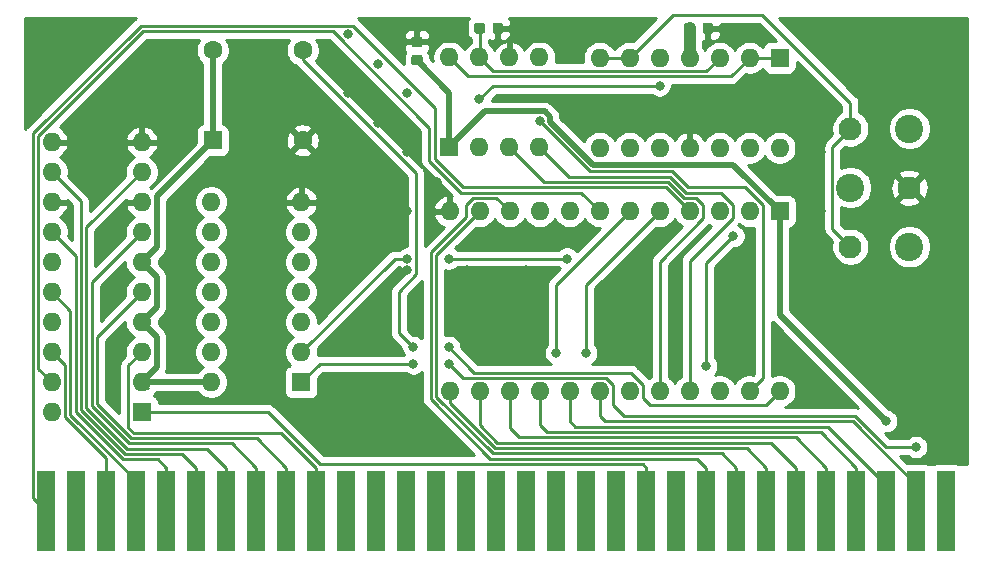
<source format=gbr>
G04 #@! TF.GenerationSoftware,KiCad,Pcbnew,(5.1.5)-3*
G04 #@! TF.CreationDate,2021-10-09T13:10:46+03:00*
G04 #@! TF.ProjectId,OPL2,4f504c32-2e6b-4696-9361-645f70636258,rev?*
G04 #@! TF.SameCoordinates,Original*
G04 #@! TF.FileFunction,Copper,L1,Top*
G04 #@! TF.FilePolarity,Positive*
%FSLAX46Y46*%
G04 Gerber Fmt 4.6, Leading zero omitted, Abs format (unit mm)*
G04 Created by KiCad (PCBNEW (5.1.5)-3) date 2021-10-09 13:10:46*
%MOMM*%
%LPD*%
G04 APERTURE LIST*
%ADD10O,1.600000X1.600000*%
%ADD11R,1.600000X1.600000*%
%ADD12C,0.100000*%
%ADD13C,1.600000*%
%ADD14C,2.400000*%
%ADD15C,1.950000*%
%ADD16R,1.524000X6.858000*%
%ADD17C,0.800000*%
%ADD18C,1.000000*%
%ADD19C,0.250000*%
%ADD20C,0.500000*%
%ADD21C,1.000000*%
%ADD22C,0.254000*%
G04 APERTURE END LIST*
D10*
X102380000Y-112000000D03*
X110000000Y-89140000D03*
X102380000Y-109460000D03*
X110000000Y-91680000D03*
X102380000Y-106920000D03*
X110000000Y-94220000D03*
X102380000Y-104380000D03*
X110000000Y-96760000D03*
X102380000Y-101840000D03*
X110000000Y-99300000D03*
X102380000Y-99300000D03*
X110000000Y-101840000D03*
X102380000Y-96760000D03*
X110000000Y-104380000D03*
X102380000Y-94220000D03*
X110000000Y-106920000D03*
X102380000Y-91680000D03*
X110000000Y-109460000D03*
X102380000Y-89140000D03*
D11*
X110000000Y-112000000D03*
G04 #@! TA.AperFunction,SMDPad,CuDef*
D12*
G36*
X133572054Y-80201083D02*
G01*
X133593895Y-80204323D01*
X133615314Y-80209688D01*
X133636104Y-80217127D01*
X133656064Y-80226568D01*
X133675003Y-80237919D01*
X133692738Y-80251073D01*
X133709099Y-80265901D01*
X133723927Y-80282262D01*
X133737081Y-80299997D01*
X133748432Y-80318936D01*
X133757873Y-80338896D01*
X133765312Y-80359686D01*
X133770677Y-80381105D01*
X133773917Y-80402946D01*
X133775000Y-80425000D01*
X133775000Y-80875000D01*
X133773917Y-80897054D01*
X133770677Y-80918895D01*
X133765312Y-80940314D01*
X133757873Y-80961104D01*
X133748432Y-80981064D01*
X133737081Y-81000003D01*
X133723927Y-81017738D01*
X133709099Y-81034099D01*
X133692738Y-81048927D01*
X133675003Y-81062081D01*
X133656064Y-81073432D01*
X133636104Y-81082873D01*
X133615314Y-81090312D01*
X133593895Y-81095677D01*
X133572054Y-81098917D01*
X133550000Y-81100000D01*
X133050000Y-81100000D01*
X133027946Y-81098917D01*
X133006105Y-81095677D01*
X132984686Y-81090312D01*
X132963896Y-81082873D01*
X132943936Y-81073432D01*
X132924997Y-81062081D01*
X132907262Y-81048927D01*
X132890901Y-81034099D01*
X132876073Y-81017738D01*
X132862919Y-81000003D01*
X132851568Y-80981064D01*
X132842127Y-80961104D01*
X132834688Y-80940314D01*
X132829323Y-80918895D01*
X132826083Y-80897054D01*
X132825000Y-80875000D01*
X132825000Y-80425000D01*
X132826083Y-80402946D01*
X132829323Y-80381105D01*
X132834688Y-80359686D01*
X132842127Y-80338896D01*
X132851568Y-80318936D01*
X132862919Y-80299997D01*
X132876073Y-80282262D01*
X132890901Y-80265901D01*
X132907262Y-80251073D01*
X132924997Y-80237919D01*
X132943936Y-80226568D01*
X132963896Y-80217127D01*
X132984686Y-80209688D01*
X133006105Y-80204323D01*
X133027946Y-80201083D01*
X133050000Y-80200000D01*
X133550000Y-80200000D01*
X133572054Y-80201083D01*
G37*
G04 #@! TD.AperFunction*
G04 #@! TA.AperFunction,SMDPad,CuDef*
G36*
X133572054Y-81751083D02*
G01*
X133593895Y-81754323D01*
X133615314Y-81759688D01*
X133636104Y-81767127D01*
X133656064Y-81776568D01*
X133675003Y-81787919D01*
X133692738Y-81801073D01*
X133709099Y-81815901D01*
X133723927Y-81832262D01*
X133737081Y-81849997D01*
X133748432Y-81868936D01*
X133757873Y-81888896D01*
X133765312Y-81909686D01*
X133770677Y-81931105D01*
X133773917Y-81952946D01*
X133775000Y-81975000D01*
X133775000Y-82425000D01*
X133773917Y-82447054D01*
X133770677Y-82468895D01*
X133765312Y-82490314D01*
X133757873Y-82511104D01*
X133748432Y-82531064D01*
X133737081Y-82550003D01*
X133723927Y-82567738D01*
X133709099Y-82584099D01*
X133692738Y-82598927D01*
X133675003Y-82612081D01*
X133656064Y-82623432D01*
X133636104Y-82632873D01*
X133615314Y-82640312D01*
X133593895Y-82645677D01*
X133572054Y-82648917D01*
X133550000Y-82650000D01*
X133050000Y-82650000D01*
X133027946Y-82648917D01*
X133006105Y-82645677D01*
X132984686Y-82640312D01*
X132963896Y-82632873D01*
X132943936Y-82623432D01*
X132924997Y-82612081D01*
X132907262Y-82598927D01*
X132890901Y-82584099D01*
X132876073Y-82567738D01*
X132862919Y-82550003D01*
X132851568Y-82531064D01*
X132842127Y-82511104D01*
X132834688Y-82490314D01*
X132829323Y-82468895D01*
X132826083Y-82447054D01*
X132825000Y-82425000D01*
X132825000Y-81975000D01*
X132826083Y-81952946D01*
X132829323Y-81931105D01*
X132834688Y-81909686D01*
X132842127Y-81888896D01*
X132851568Y-81868936D01*
X132862919Y-81849997D01*
X132876073Y-81832262D01*
X132890901Y-81815901D01*
X132907262Y-81801073D01*
X132924997Y-81787919D01*
X132943936Y-81776568D01*
X132963896Y-81767127D01*
X132984686Y-81759688D01*
X133006105Y-81754323D01*
X133027946Y-81751083D01*
X133050000Y-81750000D01*
X133550000Y-81750000D01*
X133572054Y-81751083D01*
G37*
G04 #@! TD.AperFunction*
D10*
X164000000Y-110240000D03*
X136060000Y-95000000D03*
X161460000Y-110240000D03*
X138600000Y-95000000D03*
X158920000Y-110240000D03*
X141140000Y-95000000D03*
X156380000Y-110240000D03*
X143680000Y-95000000D03*
X153840000Y-110240000D03*
X146220000Y-95000000D03*
X151300000Y-110240000D03*
X148760000Y-95000000D03*
X148760000Y-110240000D03*
X151300000Y-95000000D03*
X146220000Y-110240000D03*
X153840000Y-95000000D03*
X143680000Y-110240000D03*
X156380000Y-95000000D03*
X141140000Y-110240000D03*
X158920000Y-95000000D03*
X138600000Y-110240000D03*
X161460000Y-95000000D03*
X136060000Y-110240000D03*
D11*
X164000000Y-95000000D03*
G04 #@! TA.AperFunction,SMDPad,CuDef*
D12*
G36*
X140397054Y-79026083D02*
G01*
X140418895Y-79029323D01*
X140440314Y-79034688D01*
X140461104Y-79042127D01*
X140481064Y-79051568D01*
X140500003Y-79062919D01*
X140517738Y-79076073D01*
X140534099Y-79090901D01*
X140548927Y-79107262D01*
X140562081Y-79124997D01*
X140573432Y-79143936D01*
X140582873Y-79163896D01*
X140590312Y-79184686D01*
X140595677Y-79206105D01*
X140598917Y-79227946D01*
X140600000Y-79250000D01*
X140600000Y-79750000D01*
X140598917Y-79772054D01*
X140595677Y-79793895D01*
X140590312Y-79815314D01*
X140582873Y-79836104D01*
X140573432Y-79856064D01*
X140562081Y-79875003D01*
X140548927Y-79892738D01*
X140534099Y-79909099D01*
X140517738Y-79923927D01*
X140500003Y-79937081D01*
X140481064Y-79948432D01*
X140461104Y-79957873D01*
X140440314Y-79965312D01*
X140418895Y-79970677D01*
X140397054Y-79973917D01*
X140375000Y-79975000D01*
X139925000Y-79975000D01*
X139902946Y-79973917D01*
X139881105Y-79970677D01*
X139859686Y-79965312D01*
X139838896Y-79957873D01*
X139818936Y-79948432D01*
X139799997Y-79937081D01*
X139782262Y-79923927D01*
X139765901Y-79909099D01*
X139751073Y-79892738D01*
X139737919Y-79875003D01*
X139726568Y-79856064D01*
X139717127Y-79836104D01*
X139709688Y-79815314D01*
X139704323Y-79793895D01*
X139701083Y-79772054D01*
X139700000Y-79750000D01*
X139700000Y-79250000D01*
X139701083Y-79227946D01*
X139704323Y-79206105D01*
X139709688Y-79184686D01*
X139717127Y-79163896D01*
X139726568Y-79143936D01*
X139737919Y-79124997D01*
X139751073Y-79107262D01*
X139765901Y-79090901D01*
X139782262Y-79076073D01*
X139799997Y-79062919D01*
X139818936Y-79051568D01*
X139838896Y-79042127D01*
X139859686Y-79034688D01*
X139881105Y-79029323D01*
X139902946Y-79026083D01*
X139925000Y-79025000D01*
X140375000Y-79025000D01*
X140397054Y-79026083D01*
G37*
G04 #@! TD.AperFunction*
G04 #@! TA.AperFunction,SMDPad,CuDef*
G36*
X138847054Y-79026083D02*
G01*
X138868895Y-79029323D01*
X138890314Y-79034688D01*
X138911104Y-79042127D01*
X138931064Y-79051568D01*
X138950003Y-79062919D01*
X138967738Y-79076073D01*
X138984099Y-79090901D01*
X138998927Y-79107262D01*
X139012081Y-79124997D01*
X139023432Y-79143936D01*
X139032873Y-79163896D01*
X139040312Y-79184686D01*
X139045677Y-79206105D01*
X139048917Y-79227946D01*
X139050000Y-79250000D01*
X139050000Y-79750000D01*
X139048917Y-79772054D01*
X139045677Y-79793895D01*
X139040312Y-79815314D01*
X139032873Y-79836104D01*
X139023432Y-79856064D01*
X139012081Y-79875003D01*
X138998927Y-79892738D01*
X138984099Y-79909099D01*
X138967738Y-79923927D01*
X138950003Y-79937081D01*
X138931064Y-79948432D01*
X138911104Y-79957873D01*
X138890314Y-79965312D01*
X138868895Y-79970677D01*
X138847054Y-79973917D01*
X138825000Y-79975000D01*
X138375000Y-79975000D01*
X138352946Y-79973917D01*
X138331105Y-79970677D01*
X138309686Y-79965312D01*
X138288896Y-79957873D01*
X138268936Y-79948432D01*
X138249997Y-79937081D01*
X138232262Y-79923927D01*
X138215901Y-79909099D01*
X138201073Y-79892738D01*
X138187919Y-79875003D01*
X138176568Y-79856064D01*
X138167127Y-79836104D01*
X138159688Y-79815314D01*
X138154323Y-79793895D01*
X138151083Y-79772054D01*
X138150000Y-79750000D01*
X138150000Y-79250000D01*
X138151083Y-79227946D01*
X138154323Y-79206105D01*
X138159688Y-79184686D01*
X138167127Y-79163896D01*
X138176568Y-79143936D01*
X138187919Y-79124997D01*
X138201073Y-79107262D01*
X138215901Y-79090901D01*
X138232262Y-79076073D01*
X138249997Y-79062919D01*
X138268936Y-79051568D01*
X138288896Y-79042127D01*
X138309686Y-79034688D01*
X138331105Y-79029323D01*
X138352946Y-79026083D01*
X138375000Y-79025000D01*
X138825000Y-79025000D01*
X138847054Y-79026083D01*
G37*
G04 #@! TD.AperFunction*
D10*
X115880000Y-109470000D03*
X123500000Y-94230000D03*
X115880000Y-106930000D03*
X123500000Y-96770000D03*
X115880000Y-104390000D03*
X123500000Y-99310000D03*
X115880000Y-101850000D03*
X123500000Y-101850000D03*
X115880000Y-99310000D03*
X123500000Y-104390000D03*
X115880000Y-96770000D03*
X123500000Y-106930000D03*
X115880000Y-94230000D03*
D11*
X123500000Y-109470000D03*
G04 #@! TA.AperFunction,SMDPad,CuDef*
D12*
G36*
X158182054Y-79026083D02*
G01*
X158203895Y-79029323D01*
X158225314Y-79034688D01*
X158246104Y-79042127D01*
X158266064Y-79051568D01*
X158285003Y-79062919D01*
X158302738Y-79076073D01*
X158319099Y-79090901D01*
X158333927Y-79107262D01*
X158347081Y-79124997D01*
X158358432Y-79143936D01*
X158367873Y-79163896D01*
X158375312Y-79184686D01*
X158380677Y-79206105D01*
X158383917Y-79227946D01*
X158385000Y-79250000D01*
X158385000Y-79750000D01*
X158383917Y-79772054D01*
X158380677Y-79793895D01*
X158375312Y-79815314D01*
X158367873Y-79836104D01*
X158358432Y-79856064D01*
X158347081Y-79875003D01*
X158333927Y-79892738D01*
X158319099Y-79909099D01*
X158302738Y-79923927D01*
X158285003Y-79937081D01*
X158266064Y-79948432D01*
X158246104Y-79957873D01*
X158225314Y-79965312D01*
X158203895Y-79970677D01*
X158182054Y-79973917D01*
X158160000Y-79975000D01*
X157710000Y-79975000D01*
X157687946Y-79973917D01*
X157666105Y-79970677D01*
X157644686Y-79965312D01*
X157623896Y-79957873D01*
X157603936Y-79948432D01*
X157584997Y-79937081D01*
X157567262Y-79923927D01*
X157550901Y-79909099D01*
X157536073Y-79892738D01*
X157522919Y-79875003D01*
X157511568Y-79856064D01*
X157502127Y-79836104D01*
X157494688Y-79815314D01*
X157489323Y-79793895D01*
X157486083Y-79772054D01*
X157485000Y-79750000D01*
X157485000Y-79250000D01*
X157486083Y-79227946D01*
X157489323Y-79206105D01*
X157494688Y-79184686D01*
X157502127Y-79163896D01*
X157511568Y-79143936D01*
X157522919Y-79124997D01*
X157536073Y-79107262D01*
X157550901Y-79090901D01*
X157567262Y-79076073D01*
X157584997Y-79062919D01*
X157603936Y-79051568D01*
X157623896Y-79042127D01*
X157644686Y-79034688D01*
X157666105Y-79029323D01*
X157687946Y-79026083D01*
X157710000Y-79025000D01*
X158160000Y-79025000D01*
X158182054Y-79026083D01*
G37*
G04 #@! TD.AperFunction*
G04 #@! TA.AperFunction,SMDPad,CuDef*
G36*
X156632054Y-79026083D02*
G01*
X156653895Y-79029323D01*
X156675314Y-79034688D01*
X156696104Y-79042127D01*
X156716064Y-79051568D01*
X156735003Y-79062919D01*
X156752738Y-79076073D01*
X156769099Y-79090901D01*
X156783927Y-79107262D01*
X156797081Y-79124997D01*
X156808432Y-79143936D01*
X156817873Y-79163896D01*
X156825312Y-79184686D01*
X156830677Y-79206105D01*
X156833917Y-79227946D01*
X156835000Y-79250000D01*
X156835000Y-79750000D01*
X156833917Y-79772054D01*
X156830677Y-79793895D01*
X156825312Y-79815314D01*
X156817873Y-79836104D01*
X156808432Y-79856064D01*
X156797081Y-79875003D01*
X156783927Y-79892738D01*
X156769099Y-79909099D01*
X156752738Y-79923927D01*
X156735003Y-79937081D01*
X156716064Y-79948432D01*
X156696104Y-79957873D01*
X156675314Y-79965312D01*
X156653895Y-79970677D01*
X156632054Y-79973917D01*
X156610000Y-79975000D01*
X156160000Y-79975000D01*
X156137946Y-79973917D01*
X156116105Y-79970677D01*
X156094686Y-79965312D01*
X156073896Y-79957873D01*
X156053936Y-79948432D01*
X156034997Y-79937081D01*
X156017262Y-79923927D01*
X156000901Y-79909099D01*
X155986073Y-79892738D01*
X155972919Y-79875003D01*
X155961568Y-79856064D01*
X155952127Y-79836104D01*
X155944688Y-79815314D01*
X155939323Y-79793895D01*
X155936083Y-79772054D01*
X155935000Y-79750000D01*
X155935000Y-79250000D01*
X155936083Y-79227946D01*
X155939323Y-79206105D01*
X155944688Y-79184686D01*
X155952127Y-79163896D01*
X155961568Y-79143936D01*
X155972919Y-79124997D01*
X155986073Y-79107262D01*
X156000901Y-79090901D01*
X156017262Y-79076073D01*
X156034997Y-79062919D01*
X156053936Y-79051568D01*
X156073896Y-79042127D01*
X156094686Y-79034688D01*
X156116105Y-79029323D01*
X156137946Y-79026083D01*
X156160000Y-79025000D01*
X156610000Y-79025000D01*
X156632054Y-79026083D01*
G37*
G04 #@! TD.AperFunction*
D10*
X164000000Y-89620000D03*
X148760000Y-82000000D03*
X161460000Y-89620000D03*
X151300000Y-82000000D03*
X158920000Y-89620000D03*
X153840000Y-82000000D03*
X156380000Y-89620000D03*
X156380000Y-82000000D03*
X153840000Y-89620000D03*
X158920000Y-82000000D03*
X151300000Y-89620000D03*
X161460000Y-82000000D03*
X148760000Y-89620000D03*
D11*
X164000000Y-82000000D03*
D13*
X123620000Y-89000000D03*
X123620000Y-81380000D03*
X116000000Y-81380000D03*
D11*
X116000000Y-89000000D03*
X136050000Y-89600000D03*
D10*
X143670000Y-81980000D03*
X138590000Y-89600000D03*
X141130000Y-81980000D03*
X141130000Y-89600000D03*
X138590000Y-81980000D03*
X143670000Y-89600000D03*
X136050000Y-81980000D03*
D14*
X170000000Y-93000000D03*
X175000000Y-88000000D03*
X175000000Y-98000000D03*
D15*
X170000000Y-98000000D03*
X170000000Y-88000000D03*
X175000000Y-93000000D03*
D16*
X101900000Y-120381000D03*
X104440000Y-120381000D03*
X106980000Y-120381000D03*
X109520000Y-120381000D03*
X112060000Y-120381000D03*
X114600000Y-120381000D03*
X117140000Y-120381000D03*
X119680000Y-120381000D03*
X122220000Y-120381000D03*
X124760000Y-120381000D03*
X127300000Y-120381000D03*
X129840000Y-120381000D03*
X132380000Y-120381000D03*
X134920000Y-120381000D03*
X137460000Y-120381000D03*
X140000000Y-120381000D03*
X142540000Y-120381000D03*
X145080000Y-120381000D03*
X147620000Y-120381000D03*
X150160000Y-120381000D03*
X152700000Y-120381000D03*
X155240000Y-120381000D03*
X157780000Y-120381000D03*
X160320000Y-120381000D03*
X162860000Y-120381000D03*
X165400000Y-120381000D03*
X167940000Y-120381000D03*
X170480000Y-120381000D03*
X173020000Y-120381000D03*
X175560000Y-120381000D03*
X178100000Y-120381000D03*
D17*
X177500000Y-80000000D03*
X172500000Y-80000000D03*
X167500000Y-80000000D03*
X172500000Y-85000000D03*
X177500000Y-85000000D03*
X170000000Y-82500000D03*
X175000000Y-82500000D03*
X177500000Y-90000000D03*
X177500000Y-95000000D03*
X177500000Y-100000000D03*
X172500000Y-90000000D03*
X172500000Y-95000000D03*
X172500000Y-100000000D03*
X172500000Y-105000000D03*
X177500000Y-105000000D03*
X177500000Y-110000000D03*
X172500000Y-110000000D03*
X175000000Y-107500000D03*
X175000000Y-102500000D03*
X170000000Y-102500000D03*
X170000000Y-107500000D03*
X167500000Y-105000000D03*
X167500000Y-100000000D03*
X167500000Y-110000000D03*
X127500000Y-85000000D03*
X120000000Y-92500000D03*
X120000000Y-87500000D03*
X120000000Y-82500000D03*
X120000000Y-97500000D03*
X120000000Y-102500000D03*
X120000000Y-107500000D03*
X127500000Y-95000000D03*
X125000000Y-92500000D03*
X130000000Y-97500000D03*
X127500000Y-100000000D03*
X125000000Y-112500000D03*
X127500000Y-110000000D03*
X130000000Y-112500000D03*
X127500000Y-115000000D03*
X110000000Y-82500000D03*
X107500000Y-85000000D03*
X105000000Y-87500000D03*
X102500000Y-80000000D03*
X175000000Y-112500000D03*
X127500000Y-105000000D03*
X112500000Y-85000000D03*
X122500000Y-85000000D03*
X117500000Y-85000000D03*
X167500000Y-85000000D03*
X167500000Y-90000000D03*
X167500000Y-95000000D03*
X132500000Y-100000000D03*
X130000000Y-102500000D03*
X132500000Y-95000000D03*
X130000000Y-92500000D03*
X135000000Y-92500000D03*
X132500000Y-90000000D03*
X127500000Y-90000000D03*
X132500000Y-110000000D03*
X132500000Y-115000000D03*
X132500000Y-85000000D03*
X130000000Y-87500000D03*
X127500000Y-80000000D03*
X130000000Y-82500000D03*
X137500000Y-105000000D03*
X142500000Y-105000000D03*
X142500000Y-100000000D03*
X137500000Y-100000000D03*
X140000000Y-102500000D03*
X140000000Y-97500000D03*
X140000000Y-107500000D03*
X145000000Y-97500000D03*
X142500000Y-80000000D03*
X147500000Y-80000000D03*
X150000000Y-87500000D03*
X155000000Y-87500000D03*
X165000000Y-87500000D03*
X150000000Y-102500000D03*
X150000000Y-107500000D03*
X155000000Y-102500000D03*
X155000000Y-107500000D03*
X152500000Y-105000000D03*
X160000000Y-102500000D03*
X160000000Y-107500000D03*
X165000000Y-107500000D03*
X165000000Y-92500000D03*
X107500000Y-90000000D03*
X133000000Y-105100000D03*
D18*
X131000000Y-80000000D03*
X136000000Y-80000000D03*
D17*
X162500000Y-80000000D03*
X160000000Y-80000000D03*
X162500000Y-85000000D03*
X157500000Y-85000000D03*
X107500000Y-102500000D03*
X107500000Y-107500000D03*
X173020000Y-112770000D03*
X145080000Y-106980000D03*
X147620000Y-107020000D03*
X157794999Y-108105001D03*
X160100000Y-97100000D03*
X175560000Y-114960000D03*
X133000000Y-107900000D03*
X136000000Y-107900000D03*
X136000000Y-106500000D03*
X133000000Y-106500000D03*
X143705640Y-87400000D03*
X132500000Y-99000000D03*
X136000000Y-99000000D03*
X146000000Y-99000000D03*
X153840000Y-84360000D03*
X138590000Y-85510000D03*
D19*
X109943589Y-79274999D02*
X100804989Y-88413599D01*
X100804990Y-119285990D02*
X101900000Y-120381000D01*
X127848001Y-79274999D02*
X109943589Y-79274999D01*
X134800000Y-86226998D02*
X127848001Y-79274999D01*
X134800000Y-90535002D02*
X134800000Y-86226998D01*
X147371420Y-92975010D02*
X147371389Y-92974979D01*
X100804989Y-88413599D02*
X100804990Y-119285990D01*
X147371389Y-92974979D02*
X137239977Y-92974979D01*
X154355010Y-92975010D02*
X147371420Y-92975010D01*
X137239977Y-92974979D02*
X134800000Y-90535002D01*
X156380000Y-95000000D02*
X154355010Y-92975010D01*
X106980000Y-120381000D02*
X106980000Y-115874999D01*
X103505001Y-108045001D02*
X102380000Y-106920000D01*
X103505001Y-112400000D02*
X103505001Y-108045001D01*
X106980000Y-115874999D02*
X103505001Y-112400000D01*
X103955011Y-103415011D02*
X102380000Y-101840000D01*
X103955011Y-112213600D02*
X103955011Y-103415011D01*
X109520000Y-117778589D02*
X103955011Y-112213600D01*
X109520000Y-120381000D02*
X109520000Y-117778589D01*
X108377821Y-116000000D02*
X104405021Y-112027200D01*
X104405021Y-112027200D02*
X104405021Y-98785021D01*
X111358000Y-116000000D02*
X108377821Y-116000000D01*
X112060000Y-116702000D02*
X111358000Y-116000000D01*
X104405021Y-98785021D02*
X102380000Y-96760000D01*
X112060000Y-120381000D02*
X112060000Y-116702000D01*
X104855031Y-94155031D02*
X102380000Y-91680000D01*
X104855031Y-111840800D02*
X104855031Y-94155031D01*
X108564221Y-115549990D02*
X104855031Y-111840800D01*
X113447990Y-115549990D02*
X108564221Y-115549990D01*
X114600000Y-116702000D02*
X113447990Y-115549990D01*
X114600000Y-120381000D02*
X114600000Y-116702000D01*
X105305041Y-96374959D02*
X110000000Y-91680000D01*
X105305041Y-111654400D02*
X105305041Y-96374959D01*
X108750621Y-115099980D02*
X105305041Y-111654400D01*
X115537980Y-115099980D02*
X108750621Y-115099980D01*
X117140000Y-116702000D02*
X115537980Y-115099980D01*
X117140000Y-120381000D02*
X117140000Y-116702000D01*
X105755051Y-101004949D02*
X110000000Y-96760000D01*
X108937021Y-114649970D02*
X105755051Y-111468000D01*
X117627970Y-114649970D02*
X108937021Y-114649970D01*
X105755051Y-111468000D02*
X105755051Y-101004949D01*
X119680000Y-116702000D02*
X117627970Y-114649970D01*
X119680000Y-120381000D02*
X119680000Y-116702000D01*
X157780000Y-118144998D02*
X157780000Y-120381000D01*
X157028010Y-115950010D02*
X157780000Y-116702000D01*
X134484990Y-110921400D02*
X139513600Y-115950010D01*
X157780000Y-116702000D02*
X157780000Y-120381000D01*
X137474999Y-95488591D02*
X134484989Y-98478601D01*
X134484989Y-98478601D02*
X134484990Y-110921400D01*
X137474999Y-94459999D02*
X137474999Y-95488591D01*
X138059999Y-93874999D02*
X137474999Y-94459999D01*
X140014999Y-93874999D02*
X138059999Y-93874999D01*
X139513600Y-115950010D02*
X157028010Y-115950010D01*
X141140000Y-95000000D02*
X140014999Y-93874999D01*
X160320000Y-118144998D02*
X160320000Y-120381000D01*
X160320000Y-116702000D02*
X160320000Y-120381000D01*
X159118000Y-115500000D02*
X160320000Y-116702000D01*
X139700000Y-115500000D02*
X159118000Y-115500000D01*
X134934999Y-110734999D02*
X139700000Y-115500000D01*
X134934999Y-98665001D02*
X134934999Y-110734999D01*
X138600000Y-95000000D02*
X134934999Y-98665001D01*
X162860000Y-118144998D02*
X162860000Y-120381000D01*
X162860000Y-116702000D02*
X162860000Y-120381000D01*
X139886400Y-115049990D02*
X161207990Y-115049990D01*
X161207990Y-115049990D02*
X162860000Y-116702000D01*
X136060000Y-111223590D02*
X139886400Y-115049990D01*
X136060000Y-110240000D02*
X136060000Y-111223590D01*
X165400000Y-118144998D02*
X165400000Y-120381000D01*
X165400000Y-116702000D02*
X165400000Y-120381000D01*
X163297980Y-114599980D02*
X165400000Y-116702000D01*
X140072800Y-114599980D02*
X163297980Y-114599980D01*
X138600000Y-113127180D02*
X140072800Y-114599980D01*
X138600000Y-110240000D02*
X138600000Y-113127180D01*
X167940000Y-116702000D02*
X167940000Y-120381000D01*
X141900000Y-114149970D02*
X165387970Y-114149970D01*
X141140000Y-113389970D02*
X141900000Y-114149970D01*
X165387970Y-114149970D02*
X167940000Y-116702000D01*
X141140000Y-110240000D02*
X141140000Y-113389970D01*
X167477960Y-113699960D02*
X170480000Y-116702000D01*
X170480000Y-116702000D02*
X170480000Y-120381000D01*
X143680000Y-113079960D02*
X144300000Y-113699960D01*
X144300000Y-113699960D02*
X167477960Y-113699960D01*
X143680000Y-110240000D02*
X143680000Y-113079960D01*
X173020000Y-118144998D02*
X173020000Y-120381000D01*
X168124952Y-113249950D02*
X173020000Y-118144998D01*
X146700000Y-113249950D02*
X168124952Y-113249950D01*
X146220000Y-112769950D02*
X146700000Y-113249950D01*
X146220000Y-110240000D02*
X146220000Y-112769950D01*
X175560000Y-118144998D02*
X175560000Y-120381000D01*
X170214942Y-112799940D02*
X175560000Y-118144998D01*
X149200000Y-112799940D02*
X170214942Y-112799940D01*
X148760000Y-112359940D02*
X149200000Y-112799940D01*
X148760000Y-110240000D02*
X148760000Y-112359940D01*
X110540000Y-110000000D02*
X110000000Y-109460000D01*
X110010000Y-109470000D02*
X110000000Y-109460000D01*
D20*
X164000000Y-103750000D02*
X164000000Y-95000000D01*
X173020000Y-112770000D02*
X164000000Y-103750000D01*
X139100001Y-86549999D02*
X136050000Y-89600000D01*
X144113641Y-86549999D02*
X139100001Y-86549999D01*
X144555641Y-87436815D02*
X144555641Y-86991999D01*
X144555641Y-86991999D02*
X144113641Y-86549999D01*
X148168796Y-91049970D02*
X144555641Y-87436815D01*
X160049970Y-91049970D02*
X148168796Y-91049970D01*
X164000000Y-95000000D02*
X160049970Y-91049970D01*
X136050000Y-84950000D02*
X136050000Y-89600000D01*
X133300000Y-82200000D02*
X136050000Y-84950000D01*
X111250001Y-108209999D02*
X111250001Y-105630001D01*
X111250001Y-105630001D02*
X110000000Y-104380000D01*
X110000000Y-109460000D02*
X111250001Y-108209999D01*
X111250001Y-100550001D02*
X110000000Y-99300000D01*
X111250001Y-103129999D02*
X111250001Y-100550001D01*
X110000000Y-104380000D02*
X111250001Y-103129999D01*
X111250001Y-93749999D02*
X116000000Y-89000000D01*
X111250001Y-98049999D02*
X111250001Y-93749999D01*
X110000000Y-99300000D02*
X111250001Y-98049999D01*
X116000000Y-89000000D02*
X116000000Y-81380000D01*
X115870000Y-109460000D02*
X115880000Y-109470000D01*
X110000000Y-109460000D02*
X115870000Y-109460000D01*
D19*
X145080000Y-101220000D02*
X151300000Y-95000000D01*
X145080000Y-106980000D02*
X145080000Y-101220000D01*
X147620000Y-101220000D02*
X153840000Y-95000000D01*
X147620000Y-107020000D02*
X147620000Y-101220000D01*
X106205061Y-105634939D02*
X110000000Y-101840000D01*
X106205061Y-111281600D02*
X106205061Y-105634939D01*
X109123421Y-114199960D02*
X106205061Y-111281600D01*
X119717960Y-114199960D02*
X109123421Y-114199960D01*
X122220000Y-116702000D02*
X119717960Y-114199960D01*
X122220000Y-120381000D02*
X122220000Y-116702000D01*
X124760000Y-116702000D02*
X124760000Y-120381000D01*
X121807950Y-113749950D02*
X124760000Y-116702000D01*
X109309821Y-113749950D02*
X121807950Y-113749950D01*
X108874999Y-113315128D02*
X109309821Y-113749950D01*
X108874999Y-108045001D02*
X108874999Y-113315128D01*
X110000000Y-106920000D02*
X108874999Y-108045001D01*
X101254999Y-108334999D02*
X102380000Y-109460000D01*
X101254999Y-88599999D02*
X101254999Y-108334999D01*
X110129989Y-79725009D02*
X101254999Y-88599999D01*
X126152007Y-79725009D02*
X110129989Y-79725009D01*
X134349990Y-87922992D02*
X126152007Y-79725009D01*
X134349990Y-90721402D02*
X134349990Y-87922992D01*
X137053577Y-93424989D02*
X134349990Y-90721402D01*
X147184989Y-93424989D02*
X137053577Y-93424989D01*
X148760000Y-95000000D02*
X147184989Y-93424989D01*
D21*
X156385000Y-81995000D02*
X156380000Y-82000000D01*
X156385000Y-79500000D02*
X156385000Y-81995000D01*
D19*
X157794999Y-108105001D02*
X157794999Y-99405001D01*
X157794999Y-99405001D02*
X160100000Y-97100000D01*
X160100000Y-97100000D02*
X160100000Y-97100000D01*
X164000000Y-82000000D02*
X161460000Y-82000000D01*
X159884990Y-83575010D02*
X161460000Y-82000000D01*
X137645010Y-83575010D02*
X159884990Y-83575010D01*
X136050000Y-81980000D02*
X137645010Y-83575010D01*
X120694410Y-112000000D02*
X110000000Y-112000000D01*
X152398020Y-116400020D02*
X125094430Y-116400020D01*
X152700000Y-116702000D02*
X152398020Y-116400020D01*
X125094430Y-116400020D02*
X120694410Y-112000000D01*
X152700000Y-120381000D02*
X152700000Y-116702000D01*
X125070000Y-107900000D02*
X123500000Y-109470000D01*
X133000000Y-107900000D02*
X125070000Y-107900000D01*
X136000000Y-107900000D02*
X136000000Y-107900000D01*
X136000000Y-107900000D02*
X136000000Y-107900000D01*
X137214999Y-109114999D02*
X136000000Y-107900000D01*
X149300001Y-109114999D02*
X137214999Y-109114999D01*
X149885001Y-109699999D02*
X149300001Y-109114999D01*
X149885001Y-111385001D02*
X149885001Y-109699999D01*
X150849930Y-112349930D02*
X149885001Y-111385001D01*
X170401342Y-112349930D02*
X150849930Y-112349930D01*
X173011412Y-114960000D02*
X170401342Y-112349930D01*
X175560000Y-114960000D02*
X173011412Y-114960000D01*
X138000000Y-108500000D02*
X136000000Y-106500000D01*
X138164989Y-108664989D02*
X138000000Y-108500000D01*
X152425001Y-109699999D02*
X151389991Y-108664989D01*
X151389991Y-108664989D02*
X138164989Y-108664989D01*
X152425001Y-110780001D02*
X152425001Y-109699999D01*
X153010001Y-111365001D02*
X152425001Y-110780001D01*
X162874999Y-111365001D02*
X153010001Y-111365001D01*
X164000000Y-110240000D02*
X162874999Y-111365001D01*
X136000000Y-106500000D02*
X136000000Y-106500000D01*
X123620000Y-82193002D02*
X123620000Y-81380000D01*
X133225001Y-91798003D02*
X123620000Y-82193002D01*
X133225001Y-100348001D02*
X133225001Y-91798003D01*
X131774999Y-101798003D02*
X133225001Y-100348001D01*
X131774999Y-105348001D02*
X131774999Y-101798003D01*
X132926998Y-106500000D02*
X131774999Y-105348001D01*
X133000000Y-106500000D02*
X132926998Y-106500000D01*
X162585001Y-94459999D02*
X161099981Y-92974979D01*
X162585001Y-109114999D02*
X162585001Y-94459999D01*
X161460000Y-110240000D02*
X162585001Y-109114999D01*
X161099981Y-92974979D02*
X159196391Y-92974979D01*
X159196391Y-92974979D02*
X156264209Y-92974979D01*
X156264209Y-92974979D02*
X154914210Y-91624980D01*
X154914210Y-91624980D02*
X153200000Y-91624980D01*
X147930620Y-91624980D02*
X143705640Y-87400000D01*
X153200000Y-91624980D02*
X147930620Y-91624980D01*
X143705640Y-87400000D02*
X143705640Y-87400000D01*
X147744189Y-92074959D02*
X146144959Y-92074959D01*
X147744220Y-92074990D02*
X147744189Y-92074959D01*
X146144959Y-92074959D02*
X143670000Y-89600000D01*
X154727810Y-92074990D02*
X147744220Y-92074990D01*
X156077809Y-93424989D02*
X154727810Y-92074990D01*
X159009991Y-93424989D02*
X156077809Y-93424989D01*
X160045001Y-94459999D02*
X159009991Y-93424989D01*
X160045001Y-95540001D02*
X160045001Y-94459999D01*
X156380000Y-99205002D02*
X160045001Y-95540001D01*
X156380000Y-110240000D02*
X156380000Y-99205002D01*
X144054969Y-92524969D02*
X141130000Y-89600000D01*
X147557789Y-92524969D02*
X144054969Y-92524969D01*
X147557820Y-92525000D02*
X147557789Y-92524969D01*
X154541410Y-92525000D02*
X147557820Y-92525000D01*
X156920001Y-93874999D02*
X155891409Y-93874999D01*
X157505001Y-94459999D02*
X156920001Y-93874999D01*
X157505001Y-95594999D02*
X157505001Y-94459999D01*
X153840000Y-99260000D02*
X157505001Y-95594999D01*
X155891409Y-93874999D02*
X154541410Y-92525000D01*
X153840000Y-110240000D02*
X153840000Y-99260000D01*
X131430000Y-99000000D02*
X132500000Y-99000000D01*
X123500000Y-106930000D02*
X131430000Y-99000000D01*
X136000000Y-99000000D02*
X146000000Y-99000000D01*
X146000000Y-99000000D02*
X146000000Y-99000000D01*
X138600000Y-81970000D02*
X138590000Y-81980000D01*
X138600000Y-79500000D02*
X138600000Y-81970000D01*
X157794999Y-83125001D02*
X158920000Y-82000000D01*
X139735001Y-83125001D02*
X157794999Y-83125001D01*
X138590000Y-81980000D02*
X139735001Y-83125001D01*
X139740000Y-84360000D02*
X138590000Y-85510000D01*
X153840000Y-84360000D02*
X139740000Y-84360000D01*
X168474999Y-96474999D02*
X168474999Y-89525001D01*
X168474999Y-89525001D02*
X170000000Y-88000000D01*
X170000000Y-98000000D02*
X168474999Y-96474999D01*
X148760000Y-82000000D02*
X151300000Y-82000000D01*
X170000000Y-85814998D02*
X170000000Y-88000000D01*
X162535012Y-78350010D02*
X170000000Y-85814998D01*
X154949990Y-78350010D02*
X162535012Y-78350010D01*
X151300000Y-82000000D02*
X154949990Y-78350010D01*
D22*
G36*
X179873000Y-116373000D02*
G01*
X179125828Y-116373000D01*
X179106180Y-116362498D01*
X178986482Y-116326188D01*
X178862000Y-116313928D01*
X177338000Y-116313928D01*
X177213518Y-116326188D01*
X177093820Y-116362498D01*
X177074172Y-116373000D01*
X176585828Y-116373000D01*
X176566180Y-116362498D01*
X176446482Y-116326188D01*
X176322000Y-116313928D01*
X174803732Y-116313928D01*
X174209804Y-115720000D01*
X174856289Y-115720000D01*
X174900226Y-115763937D01*
X175069744Y-115877205D01*
X175258102Y-115955226D01*
X175458061Y-115995000D01*
X175661939Y-115995000D01*
X175861898Y-115955226D01*
X176050256Y-115877205D01*
X176219774Y-115763937D01*
X176363937Y-115619774D01*
X176477205Y-115450256D01*
X176555226Y-115261898D01*
X176595000Y-115061939D01*
X176595000Y-114858061D01*
X176555226Y-114658102D01*
X176477205Y-114469744D01*
X176363937Y-114300226D01*
X176219774Y-114156063D01*
X176050256Y-114042795D01*
X175861898Y-113964774D01*
X175661939Y-113925000D01*
X175458061Y-113925000D01*
X175258102Y-113964774D01*
X175069744Y-114042795D01*
X174900226Y-114156063D01*
X174856289Y-114200000D01*
X173326215Y-114200000D01*
X172931215Y-113805000D01*
X173121939Y-113805000D01*
X173321898Y-113765226D01*
X173510256Y-113687205D01*
X173679774Y-113573937D01*
X173823937Y-113429774D01*
X173937205Y-113260256D01*
X174015226Y-113071898D01*
X174055000Y-112871939D01*
X174055000Y-112668061D01*
X174015226Y-112468102D01*
X173937205Y-112279744D01*
X173823937Y-112110226D01*
X173679774Y-111966063D01*
X173510256Y-111852795D01*
X173321898Y-111774774D01*
X173265044Y-111763465D01*
X164885000Y-103383422D01*
X164885000Y-96429701D01*
X164924482Y-96425812D01*
X165044180Y-96389502D01*
X165154494Y-96330537D01*
X165251185Y-96251185D01*
X165330537Y-96154494D01*
X165389502Y-96044180D01*
X165425812Y-95924482D01*
X165438072Y-95800000D01*
X165438072Y-94200000D01*
X165425812Y-94075518D01*
X165389502Y-93955820D01*
X165330537Y-93845506D01*
X165251185Y-93748815D01*
X165154494Y-93669463D01*
X165044180Y-93610498D01*
X164924482Y-93574188D01*
X164800000Y-93561928D01*
X163813507Y-93561928D01*
X161303577Y-91051999D01*
X161318665Y-91055000D01*
X161601335Y-91055000D01*
X161878574Y-90999853D01*
X162139727Y-90891680D01*
X162374759Y-90734637D01*
X162574637Y-90534759D01*
X162730000Y-90302241D01*
X162885363Y-90534759D01*
X163085241Y-90734637D01*
X163320273Y-90891680D01*
X163581426Y-90999853D01*
X163858665Y-91055000D01*
X164141335Y-91055000D01*
X164418574Y-90999853D01*
X164679727Y-90891680D01*
X164914759Y-90734637D01*
X165114637Y-90534759D01*
X165271680Y-90299727D01*
X165379853Y-90038574D01*
X165435000Y-89761335D01*
X165435000Y-89478665D01*
X165379853Y-89201426D01*
X165271680Y-88940273D01*
X165114637Y-88705241D01*
X164914759Y-88505363D01*
X164679727Y-88348320D01*
X164418574Y-88240147D01*
X164141335Y-88185000D01*
X163858665Y-88185000D01*
X163581426Y-88240147D01*
X163320273Y-88348320D01*
X163085241Y-88505363D01*
X162885363Y-88705241D01*
X162730000Y-88937759D01*
X162574637Y-88705241D01*
X162374759Y-88505363D01*
X162139727Y-88348320D01*
X161878574Y-88240147D01*
X161601335Y-88185000D01*
X161318665Y-88185000D01*
X161041426Y-88240147D01*
X160780273Y-88348320D01*
X160545241Y-88505363D01*
X160345363Y-88705241D01*
X160190000Y-88937759D01*
X160034637Y-88705241D01*
X159834759Y-88505363D01*
X159599727Y-88348320D01*
X159338574Y-88240147D01*
X159061335Y-88185000D01*
X158778665Y-88185000D01*
X158501426Y-88240147D01*
X158240273Y-88348320D01*
X158005241Y-88505363D01*
X157805363Y-88705241D01*
X157648320Y-88940273D01*
X157643933Y-88950865D01*
X157532385Y-88764869D01*
X157343414Y-88556481D01*
X157117420Y-88388963D01*
X156863087Y-88268754D01*
X156729039Y-88228096D01*
X156507000Y-88350085D01*
X156507000Y-89493000D01*
X156527000Y-89493000D01*
X156527000Y-89747000D01*
X156507000Y-89747000D01*
X156507000Y-89767000D01*
X156253000Y-89767000D01*
X156253000Y-89747000D01*
X156233000Y-89747000D01*
X156233000Y-89493000D01*
X156253000Y-89493000D01*
X156253000Y-88350085D01*
X156030961Y-88228096D01*
X155896913Y-88268754D01*
X155642580Y-88388963D01*
X155416586Y-88556481D01*
X155227615Y-88764869D01*
X155116067Y-88950865D01*
X155111680Y-88940273D01*
X154954637Y-88705241D01*
X154754759Y-88505363D01*
X154519727Y-88348320D01*
X154258574Y-88240147D01*
X153981335Y-88185000D01*
X153698665Y-88185000D01*
X153421426Y-88240147D01*
X153160273Y-88348320D01*
X152925241Y-88505363D01*
X152725363Y-88705241D01*
X152570000Y-88937759D01*
X152414637Y-88705241D01*
X152214759Y-88505363D01*
X151979727Y-88348320D01*
X151718574Y-88240147D01*
X151441335Y-88185000D01*
X151158665Y-88185000D01*
X150881426Y-88240147D01*
X150620273Y-88348320D01*
X150385241Y-88505363D01*
X150185363Y-88705241D01*
X150030000Y-88937759D01*
X149874637Y-88705241D01*
X149674759Y-88505363D01*
X149439727Y-88348320D01*
X149178574Y-88240147D01*
X148901335Y-88185000D01*
X148618665Y-88185000D01*
X148341426Y-88240147D01*
X148080273Y-88348320D01*
X147845241Y-88505363D01*
X147645363Y-88705241D01*
X147488320Y-88940273D01*
X147436290Y-89065885D01*
X145440641Y-87070237D01*
X145440641Y-87035464D01*
X145444922Y-86991998D01*
X145440641Y-86948532D01*
X145440641Y-86948523D01*
X145427836Y-86818509D01*
X145377230Y-86651686D01*
X145295052Y-86497940D01*
X145184458Y-86363182D01*
X145150685Y-86335465D01*
X144770175Y-85954955D01*
X144742458Y-85921182D01*
X144607700Y-85810588D01*
X144453954Y-85728410D01*
X144287131Y-85677804D01*
X144157118Y-85664999D01*
X144157110Y-85664999D01*
X144113641Y-85660718D01*
X144070172Y-85664999D01*
X139614446Y-85664999D01*
X139625000Y-85611939D01*
X139625000Y-85549801D01*
X140054802Y-85120000D01*
X153136289Y-85120000D01*
X153180226Y-85163937D01*
X153349744Y-85277205D01*
X153538102Y-85355226D01*
X153738061Y-85395000D01*
X153941939Y-85395000D01*
X154141898Y-85355226D01*
X154330256Y-85277205D01*
X154499774Y-85163937D01*
X154643937Y-85019774D01*
X154757205Y-84850256D01*
X154835226Y-84661898D01*
X154875000Y-84461939D01*
X154875000Y-84335010D01*
X159847668Y-84335010D01*
X159884990Y-84338686D01*
X159922312Y-84335010D01*
X159922323Y-84335010D01*
X160033976Y-84324013D01*
X160177237Y-84280556D01*
X160309266Y-84209984D01*
X160424991Y-84115011D01*
X160448794Y-84086007D01*
X161136114Y-83398688D01*
X161318665Y-83435000D01*
X161601335Y-83435000D01*
X161878574Y-83379853D01*
X162139727Y-83271680D01*
X162374759Y-83114637D01*
X162573357Y-82916039D01*
X162574188Y-82924482D01*
X162610498Y-83044180D01*
X162669463Y-83154494D01*
X162748815Y-83251185D01*
X162845506Y-83330537D01*
X162955820Y-83389502D01*
X163075518Y-83425812D01*
X163200000Y-83438072D01*
X164800000Y-83438072D01*
X164924482Y-83425812D01*
X165044180Y-83389502D01*
X165154494Y-83330537D01*
X165251185Y-83251185D01*
X165330537Y-83154494D01*
X165389502Y-83044180D01*
X165425812Y-82924482D01*
X165438072Y-82800000D01*
X165438072Y-82327871D01*
X169240000Y-86129800D01*
X169240000Y-86572151D01*
X169237379Y-86573237D01*
X168973685Y-86749431D01*
X168749431Y-86973685D01*
X168573237Y-87237379D01*
X168451871Y-87530380D01*
X168390000Y-87841429D01*
X168390000Y-88158571D01*
X168451871Y-88469620D01*
X168452957Y-88472242D01*
X167963997Y-88961202D01*
X167934999Y-88985000D01*
X167911201Y-89013998D01*
X167911200Y-89013999D01*
X167840025Y-89100725D01*
X167769453Y-89232755D01*
X167747373Y-89305545D01*
X167734192Y-89349001D01*
X167725997Y-89376016D01*
X167711323Y-89525001D01*
X167715000Y-89562333D01*
X167714999Y-96437676D01*
X167711323Y-96474999D01*
X167714999Y-96512321D01*
X167714999Y-96512331D01*
X167725996Y-96623984D01*
X167764049Y-96749431D01*
X167769453Y-96767245D01*
X167840025Y-96899275D01*
X167872428Y-96938758D01*
X167934998Y-97015000D01*
X167964002Y-97038803D01*
X168452957Y-97527758D01*
X168451871Y-97530380D01*
X168390000Y-97841429D01*
X168390000Y-98158571D01*
X168451871Y-98469620D01*
X168573237Y-98762621D01*
X168749431Y-99026315D01*
X168973685Y-99250569D01*
X169237379Y-99426763D01*
X169530380Y-99548129D01*
X169841429Y-99610000D01*
X170158571Y-99610000D01*
X170469620Y-99548129D01*
X170762621Y-99426763D01*
X171026315Y-99250569D01*
X171250569Y-99026315D01*
X171426763Y-98762621D01*
X171548129Y-98469620D01*
X171610000Y-98158571D01*
X171610000Y-97841429D01*
X171605592Y-97819268D01*
X173165000Y-97819268D01*
X173165000Y-98180732D01*
X173235518Y-98535250D01*
X173373844Y-98869199D01*
X173574662Y-99169744D01*
X173830256Y-99425338D01*
X174130801Y-99626156D01*
X174464750Y-99764482D01*
X174819268Y-99835000D01*
X175180732Y-99835000D01*
X175535250Y-99764482D01*
X175869199Y-99626156D01*
X176169744Y-99425338D01*
X176425338Y-99169744D01*
X176626156Y-98869199D01*
X176764482Y-98535250D01*
X176835000Y-98180732D01*
X176835000Y-97819268D01*
X176764482Y-97464750D01*
X176626156Y-97130801D01*
X176425338Y-96830256D01*
X176169744Y-96574662D01*
X175869199Y-96373844D01*
X175535250Y-96235518D01*
X175180732Y-96165000D01*
X174819268Y-96165000D01*
X174464750Y-96235518D01*
X174130801Y-96373844D01*
X173830256Y-96574662D01*
X173574662Y-96830256D01*
X173373844Y-97130801D01*
X173235518Y-97464750D01*
X173165000Y-97819268D01*
X171605592Y-97819268D01*
X171548129Y-97530380D01*
X171426763Y-97237379D01*
X171250569Y-96973685D01*
X171026315Y-96749431D01*
X170762621Y-96573237D01*
X170469620Y-96451871D01*
X170158571Y-96390000D01*
X169841429Y-96390000D01*
X169530380Y-96451871D01*
X169527758Y-96452957D01*
X169234999Y-96160198D01*
X169234999Y-94669316D01*
X169464750Y-94764482D01*
X169819268Y-94835000D01*
X170180732Y-94835000D01*
X170535250Y-94764482D01*
X170869199Y-94626156D01*
X171169744Y-94425338D01*
X171425338Y-94169744D01*
X171460190Y-94117584D01*
X174062021Y-94117584D01*
X174154766Y-94379429D01*
X174440120Y-94517820D01*
X174746990Y-94597883D01*
X175063584Y-94616540D01*
X175377733Y-94573074D01*
X175677367Y-94469156D01*
X175845234Y-94379429D01*
X175937979Y-94117584D01*
X175000000Y-93179605D01*
X174062021Y-94117584D01*
X171460190Y-94117584D01*
X171626156Y-93869199D01*
X171764482Y-93535250D01*
X171835000Y-93180732D01*
X171835000Y-93063584D01*
X173383460Y-93063584D01*
X173426926Y-93377733D01*
X173530844Y-93677367D01*
X173620571Y-93845234D01*
X173882416Y-93937979D01*
X174820395Y-93000000D01*
X175179605Y-93000000D01*
X176117584Y-93937979D01*
X176379429Y-93845234D01*
X176517820Y-93559880D01*
X176597883Y-93253010D01*
X176616540Y-92936416D01*
X176573074Y-92622267D01*
X176469156Y-92322633D01*
X176379429Y-92154766D01*
X176117584Y-92062021D01*
X175179605Y-93000000D01*
X174820395Y-93000000D01*
X173882416Y-92062021D01*
X173620571Y-92154766D01*
X173482180Y-92440120D01*
X173402117Y-92746990D01*
X173383460Y-93063584D01*
X171835000Y-93063584D01*
X171835000Y-92819268D01*
X171764482Y-92464750D01*
X171626156Y-92130801D01*
X171460191Y-91882416D01*
X174062021Y-91882416D01*
X175000000Y-92820395D01*
X175937979Y-91882416D01*
X175845234Y-91620571D01*
X175559880Y-91482180D01*
X175253010Y-91402117D01*
X174936416Y-91383460D01*
X174622267Y-91426926D01*
X174322633Y-91530844D01*
X174154766Y-91620571D01*
X174062021Y-91882416D01*
X171460191Y-91882416D01*
X171425338Y-91830256D01*
X171169744Y-91574662D01*
X170869199Y-91373844D01*
X170535250Y-91235518D01*
X170180732Y-91165000D01*
X169819268Y-91165000D01*
X169464750Y-91235518D01*
X169234999Y-91330684D01*
X169234999Y-89839802D01*
X169527758Y-89547043D01*
X169530380Y-89548129D01*
X169841429Y-89610000D01*
X170158571Y-89610000D01*
X170469620Y-89548129D01*
X170762621Y-89426763D01*
X171026315Y-89250569D01*
X171250569Y-89026315D01*
X171426763Y-88762621D01*
X171548129Y-88469620D01*
X171610000Y-88158571D01*
X171610000Y-87841429D01*
X171605592Y-87819268D01*
X173165000Y-87819268D01*
X173165000Y-88180732D01*
X173235518Y-88535250D01*
X173373844Y-88869199D01*
X173574662Y-89169744D01*
X173830256Y-89425338D01*
X174130801Y-89626156D01*
X174464750Y-89764482D01*
X174819268Y-89835000D01*
X175180732Y-89835000D01*
X175535250Y-89764482D01*
X175869199Y-89626156D01*
X176169744Y-89425338D01*
X176425338Y-89169744D01*
X176626156Y-88869199D01*
X176764482Y-88535250D01*
X176835000Y-88180732D01*
X176835000Y-87819268D01*
X176764482Y-87464750D01*
X176626156Y-87130801D01*
X176425338Y-86830256D01*
X176169744Y-86574662D01*
X175869199Y-86373844D01*
X175535250Y-86235518D01*
X175180732Y-86165000D01*
X174819268Y-86165000D01*
X174464750Y-86235518D01*
X174130801Y-86373844D01*
X173830256Y-86574662D01*
X173574662Y-86830256D01*
X173373844Y-87130801D01*
X173235518Y-87464750D01*
X173165000Y-87819268D01*
X171605592Y-87819268D01*
X171548129Y-87530380D01*
X171426763Y-87237379D01*
X171250569Y-86973685D01*
X171026315Y-86749431D01*
X170762621Y-86573237D01*
X170760000Y-86572151D01*
X170760000Y-85852320D01*
X170763676Y-85814997D01*
X170760000Y-85777674D01*
X170760000Y-85777665D01*
X170749003Y-85666012D01*
X170705546Y-85522751D01*
X170634974Y-85390722D01*
X170540001Y-85274997D01*
X170511004Y-85251200D01*
X163919803Y-78660000D01*
X179873000Y-78660000D01*
X179873000Y-116373000D01*
G37*
X179873000Y-116373000D02*
X179125828Y-116373000D01*
X179106180Y-116362498D01*
X178986482Y-116326188D01*
X178862000Y-116313928D01*
X177338000Y-116313928D01*
X177213518Y-116326188D01*
X177093820Y-116362498D01*
X177074172Y-116373000D01*
X176585828Y-116373000D01*
X176566180Y-116362498D01*
X176446482Y-116326188D01*
X176322000Y-116313928D01*
X174803732Y-116313928D01*
X174209804Y-115720000D01*
X174856289Y-115720000D01*
X174900226Y-115763937D01*
X175069744Y-115877205D01*
X175258102Y-115955226D01*
X175458061Y-115995000D01*
X175661939Y-115995000D01*
X175861898Y-115955226D01*
X176050256Y-115877205D01*
X176219774Y-115763937D01*
X176363937Y-115619774D01*
X176477205Y-115450256D01*
X176555226Y-115261898D01*
X176595000Y-115061939D01*
X176595000Y-114858061D01*
X176555226Y-114658102D01*
X176477205Y-114469744D01*
X176363937Y-114300226D01*
X176219774Y-114156063D01*
X176050256Y-114042795D01*
X175861898Y-113964774D01*
X175661939Y-113925000D01*
X175458061Y-113925000D01*
X175258102Y-113964774D01*
X175069744Y-114042795D01*
X174900226Y-114156063D01*
X174856289Y-114200000D01*
X173326215Y-114200000D01*
X172931215Y-113805000D01*
X173121939Y-113805000D01*
X173321898Y-113765226D01*
X173510256Y-113687205D01*
X173679774Y-113573937D01*
X173823937Y-113429774D01*
X173937205Y-113260256D01*
X174015226Y-113071898D01*
X174055000Y-112871939D01*
X174055000Y-112668061D01*
X174015226Y-112468102D01*
X173937205Y-112279744D01*
X173823937Y-112110226D01*
X173679774Y-111966063D01*
X173510256Y-111852795D01*
X173321898Y-111774774D01*
X173265044Y-111763465D01*
X164885000Y-103383422D01*
X164885000Y-96429701D01*
X164924482Y-96425812D01*
X165044180Y-96389502D01*
X165154494Y-96330537D01*
X165251185Y-96251185D01*
X165330537Y-96154494D01*
X165389502Y-96044180D01*
X165425812Y-95924482D01*
X165438072Y-95800000D01*
X165438072Y-94200000D01*
X165425812Y-94075518D01*
X165389502Y-93955820D01*
X165330537Y-93845506D01*
X165251185Y-93748815D01*
X165154494Y-93669463D01*
X165044180Y-93610498D01*
X164924482Y-93574188D01*
X164800000Y-93561928D01*
X163813507Y-93561928D01*
X161303577Y-91051999D01*
X161318665Y-91055000D01*
X161601335Y-91055000D01*
X161878574Y-90999853D01*
X162139727Y-90891680D01*
X162374759Y-90734637D01*
X162574637Y-90534759D01*
X162730000Y-90302241D01*
X162885363Y-90534759D01*
X163085241Y-90734637D01*
X163320273Y-90891680D01*
X163581426Y-90999853D01*
X163858665Y-91055000D01*
X164141335Y-91055000D01*
X164418574Y-90999853D01*
X164679727Y-90891680D01*
X164914759Y-90734637D01*
X165114637Y-90534759D01*
X165271680Y-90299727D01*
X165379853Y-90038574D01*
X165435000Y-89761335D01*
X165435000Y-89478665D01*
X165379853Y-89201426D01*
X165271680Y-88940273D01*
X165114637Y-88705241D01*
X164914759Y-88505363D01*
X164679727Y-88348320D01*
X164418574Y-88240147D01*
X164141335Y-88185000D01*
X163858665Y-88185000D01*
X163581426Y-88240147D01*
X163320273Y-88348320D01*
X163085241Y-88505363D01*
X162885363Y-88705241D01*
X162730000Y-88937759D01*
X162574637Y-88705241D01*
X162374759Y-88505363D01*
X162139727Y-88348320D01*
X161878574Y-88240147D01*
X161601335Y-88185000D01*
X161318665Y-88185000D01*
X161041426Y-88240147D01*
X160780273Y-88348320D01*
X160545241Y-88505363D01*
X160345363Y-88705241D01*
X160190000Y-88937759D01*
X160034637Y-88705241D01*
X159834759Y-88505363D01*
X159599727Y-88348320D01*
X159338574Y-88240147D01*
X159061335Y-88185000D01*
X158778665Y-88185000D01*
X158501426Y-88240147D01*
X158240273Y-88348320D01*
X158005241Y-88505363D01*
X157805363Y-88705241D01*
X157648320Y-88940273D01*
X157643933Y-88950865D01*
X157532385Y-88764869D01*
X157343414Y-88556481D01*
X157117420Y-88388963D01*
X156863087Y-88268754D01*
X156729039Y-88228096D01*
X156507000Y-88350085D01*
X156507000Y-89493000D01*
X156527000Y-89493000D01*
X156527000Y-89747000D01*
X156507000Y-89747000D01*
X156507000Y-89767000D01*
X156253000Y-89767000D01*
X156253000Y-89747000D01*
X156233000Y-89747000D01*
X156233000Y-89493000D01*
X156253000Y-89493000D01*
X156253000Y-88350085D01*
X156030961Y-88228096D01*
X155896913Y-88268754D01*
X155642580Y-88388963D01*
X155416586Y-88556481D01*
X155227615Y-88764869D01*
X155116067Y-88950865D01*
X155111680Y-88940273D01*
X154954637Y-88705241D01*
X154754759Y-88505363D01*
X154519727Y-88348320D01*
X154258574Y-88240147D01*
X153981335Y-88185000D01*
X153698665Y-88185000D01*
X153421426Y-88240147D01*
X153160273Y-88348320D01*
X152925241Y-88505363D01*
X152725363Y-88705241D01*
X152570000Y-88937759D01*
X152414637Y-88705241D01*
X152214759Y-88505363D01*
X151979727Y-88348320D01*
X151718574Y-88240147D01*
X151441335Y-88185000D01*
X151158665Y-88185000D01*
X150881426Y-88240147D01*
X150620273Y-88348320D01*
X150385241Y-88505363D01*
X150185363Y-88705241D01*
X150030000Y-88937759D01*
X149874637Y-88705241D01*
X149674759Y-88505363D01*
X149439727Y-88348320D01*
X149178574Y-88240147D01*
X148901335Y-88185000D01*
X148618665Y-88185000D01*
X148341426Y-88240147D01*
X148080273Y-88348320D01*
X147845241Y-88505363D01*
X147645363Y-88705241D01*
X147488320Y-88940273D01*
X147436290Y-89065885D01*
X145440641Y-87070237D01*
X145440641Y-87035464D01*
X145444922Y-86991998D01*
X145440641Y-86948532D01*
X145440641Y-86948523D01*
X145427836Y-86818509D01*
X145377230Y-86651686D01*
X145295052Y-86497940D01*
X145184458Y-86363182D01*
X145150685Y-86335465D01*
X144770175Y-85954955D01*
X144742458Y-85921182D01*
X144607700Y-85810588D01*
X144453954Y-85728410D01*
X144287131Y-85677804D01*
X144157118Y-85664999D01*
X144157110Y-85664999D01*
X144113641Y-85660718D01*
X144070172Y-85664999D01*
X139614446Y-85664999D01*
X139625000Y-85611939D01*
X139625000Y-85549801D01*
X140054802Y-85120000D01*
X153136289Y-85120000D01*
X153180226Y-85163937D01*
X153349744Y-85277205D01*
X153538102Y-85355226D01*
X153738061Y-85395000D01*
X153941939Y-85395000D01*
X154141898Y-85355226D01*
X154330256Y-85277205D01*
X154499774Y-85163937D01*
X154643937Y-85019774D01*
X154757205Y-84850256D01*
X154835226Y-84661898D01*
X154875000Y-84461939D01*
X154875000Y-84335010D01*
X159847668Y-84335010D01*
X159884990Y-84338686D01*
X159922312Y-84335010D01*
X159922323Y-84335010D01*
X160033976Y-84324013D01*
X160177237Y-84280556D01*
X160309266Y-84209984D01*
X160424991Y-84115011D01*
X160448794Y-84086007D01*
X161136114Y-83398688D01*
X161318665Y-83435000D01*
X161601335Y-83435000D01*
X161878574Y-83379853D01*
X162139727Y-83271680D01*
X162374759Y-83114637D01*
X162573357Y-82916039D01*
X162574188Y-82924482D01*
X162610498Y-83044180D01*
X162669463Y-83154494D01*
X162748815Y-83251185D01*
X162845506Y-83330537D01*
X162955820Y-83389502D01*
X163075518Y-83425812D01*
X163200000Y-83438072D01*
X164800000Y-83438072D01*
X164924482Y-83425812D01*
X165044180Y-83389502D01*
X165154494Y-83330537D01*
X165251185Y-83251185D01*
X165330537Y-83154494D01*
X165389502Y-83044180D01*
X165425812Y-82924482D01*
X165438072Y-82800000D01*
X165438072Y-82327871D01*
X169240000Y-86129800D01*
X169240000Y-86572151D01*
X169237379Y-86573237D01*
X168973685Y-86749431D01*
X168749431Y-86973685D01*
X168573237Y-87237379D01*
X168451871Y-87530380D01*
X168390000Y-87841429D01*
X168390000Y-88158571D01*
X168451871Y-88469620D01*
X168452957Y-88472242D01*
X167963997Y-88961202D01*
X167934999Y-88985000D01*
X167911201Y-89013998D01*
X167911200Y-89013999D01*
X167840025Y-89100725D01*
X167769453Y-89232755D01*
X167747373Y-89305545D01*
X167734192Y-89349001D01*
X167725997Y-89376016D01*
X167711323Y-89525001D01*
X167715000Y-89562333D01*
X167714999Y-96437676D01*
X167711323Y-96474999D01*
X167714999Y-96512321D01*
X167714999Y-96512331D01*
X167725996Y-96623984D01*
X167764049Y-96749431D01*
X167769453Y-96767245D01*
X167840025Y-96899275D01*
X167872428Y-96938758D01*
X167934998Y-97015000D01*
X167964002Y-97038803D01*
X168452957Y-97527758D01*
X168451871Y-97530380D01*
X168390000Y-97841429D01*
X168390000Y-98158571D01*
X168451871Y-98469620D01*
X168573237Y-98762621D01*
X168749431Y-99026315D01*
X168973685Y-99250569D01*
X169237379Y-99426763D01*
X169530380Y-99548129D01*
X169841429Y-99610000D01*
X170158571Y-99610000D01*
X170469620Y-99548129D01*
X170762621Y-99426763D01*
X171026315Y-99250569D01*
X171250569Y-99026315D01*
X171426763Y-98762621D01*
X171548129Y-98469620D01*
X171610000Y-98158571D01*
X171610000Y-97841429D01*
X171605592Y-97819268D01*
X173165000Y-97819268D01*
X173165000Y-98180732D01*
X173235518Y-98535250D01*
X173373844Y-98869199D01*
X173574662Y-99169744D01*
X173830256Y-99425338D01*
X174130801Y-99626156D01*
X174464750Y-99764482D01*
X174819268Y-99835000D01*
X175180732Y-99835000D01*
X175535250Y-99764482D01*
X175869199Y-99626156D01*
X176169744Y-99425338D01*
X176425338Y-99169744D01*
X176626156Y-98869199D01*
X176764482Y-98535250D01*
X176835000Y-98180732D01*
X176835000Y-97819268D01*
X176764482Y-97464750D01*
X176626156Y-97130801D01*
X176425338Y-96830256D01*
X176169744Y-96574662D01*
X175869199Y-96373844D01*
X175535250Y-96235518D01*
X175180732Y-96165000D01*
X174819268Y-96165000D01*
X174464750Y-96235518D01*
X174130801Y-96373844D01*
X173830256Y-96574662D01*
X173574662Y-96830256D01*
X173373844Y-97130801D01*
X173235518Y-97464750D01*
X173165000Y-97819268D01*
X171605592Y-97819268D01*
X171548129Y-97530380D01*
X171426763Y-97237379D01*
X171250569Y-96973685D01*
X171026315Y-96749431D01*
X170762621Y-96573237D01*
X170469620Y-96451871D01*
X170158571Y-96390000D01*
X169841429Y-96390000D01*
X169530380Y-96451871D01*
X169527758Y-96452957D01*
X169234999Y-96160198D01*
X169234999Y-94669316D01*
X169464750Y-94764482D01*
X169819268Y-94835000D01*
X170180732Y-94835000D01*
X170535250Y-94764482D01*
X170869199Y-94626156D01*
X171169744Y-94425338D01*
X171425338Y-94169744D01*
X171460190Y-94117584D01*
X174062021Y-94117584D01*
X174154766Y-94379429D01*
X174440120Y-94517820D01*
X174746990Y-94597883D01*
X175063584Y-94616540D01*
X175377733Y-94573074D01*
X175677367Y-94469156D01*
X175845234Y-94379429D01*
X175937979Y-94117584D01*
X175000000Y-93179605D01*
X174062021Y-94117584D01*
X171460190Y-94117584D01*
X171626156Y-93869199D01*
X171764482Y-93535250D01*
X171835000Y-93180732D01*
X171835000Y-93063584D01*
X173383460Y-93063584D01*
X173426926Y-93377733D01*
X173530844Y-93677367D01*
X173620571Y-93845234D01*
X173882416Y-93937979D01*
X174820395Y-93000000D01*
X175179605Y-93000000D01*
X176117584Y-93937979D01*
X176379429Y-93845234D01*
X176517820Y-93559880D01*
X176597883Y-93253010D01*
X176616540Y-92936416D01*
X176573074Y-92622267D01*
X176469156Y-92322633D01*
X176379429Y-92154766D01*
X176117584Y-92062021D01*
X175179605Y-93000000D01*
X174820395Y-93000000D01*
X173882416Y-92062021D01*
X173620571Y-92154766D01*
X173482180Y-92440120D01*
X173402117Y-92746990D01*
X173383460Y-93063584D01*
X171835000Y-93063584D01*
X171835000Y-92819268D01*
X171764482Y-92464750D01*
X171626156Y-92130801D01*
X171460191Y-91882416D01*
X174062021Y-91882416D01*
X175000000Y-92820395D01*
X175937979Y-91882416D01*
X175845234Y-91620571D01*
X175559880Y-91482180D01*
X175253010Y-91402117D01*
X174936416Y-91383460D01*
X174622267Y-91426926D01*
X174322633Y-91530844D01*
X174154766Y-91620571D01*
X174062021Y-91882416D01*
X171460191Y-91882416D01*
X171425338Y-91830256D01*
X171169744Y-91574662D01*
X170869199Y-91373844D01*
X170535250Y-91235518D01*
X170180732Y-91165000D01*
X169819268Y-91165000D01*
X169464750Y-91235518D01*
X169234999Y-91330684D01*
X169234999Y-89839802D01*
X169527758Y-89547043D01*
X169530380Y-89548129D01*
X169841429Y-89610000D01*
X170158571Y-89610000D01*
X170469620Y-89548129D01*
X170762621Y-89426763D01*
X171026315Y-89250569D01*
X171250569Y-89026315D01*
X171426763Y-88762621D01*
X171548129Y-88469620D01*
X171610000Y-88158571D01*
X171610000Y-87841429D01*
X171605592Y-87819268D01*
X173165000Y-87819268D01*
X173165000Y-88180732D01*
X173235518Y-88535250D01*
X173373844Y-88869199D01*
X173574662Y-89169744D01*
X173830256Y-89425338D01*
X174130801Y-89626156D01*
X174464750Y-89764482D01*
X174819268Y-89835000D01*
X175180732Y-89835000D01*
X175535250Y-89764482D01*
X175869199Y-89626156D01*
X176169744Y-89425338D01*
X176425338Y-89169744D01*
X176626156Y-88869199D01*
X176764482Y-88535250D01*
X176835000Y-88180732D01*
X176835000Y-87819268D01*
X176764482Y-87464750D01*
X176626156Y-87130801D01*
X176425338Y-86830256D01*
X176169744Y-86574662D01*
X175869199Y-86373844D01*
X175535250Y-86235518D01*
X175180732Y-86165000D01*
X174819268Y-86165000D01*
X174464750Y-86235518D01*
X174130801Y-86373844D01*
X173830256Y-86574662D01*
X173574662Y-86830256D01*
X173373844Y-87130801D01*
X173235518Y-87464750D01*
X173165000Y-87819268D01*
X171605592Y-87819268D01*
X171548129Y-87530380D01*
X171426763Y-87237379D01*
X171250569Y-86973685D01*
X171026315Y-86749431D01*
X170762621Y-86573237D01*
X170760000Y-86572151D01*
X170760000Y-85852320D01*
X170763676Y-85814997D01*
X170760000Y-85777674D01*
X170760000Y-85777665D01*
X170749003Y-85666012D01*
X170705546Y-85522751D01*
X170634974Y-85390722D01*
X170540001Y-85274997D01*
X170511004Y-85251200D01*
X163919803Y-78660000D01*
X179873000Y-78660000D01*
X179873000Y-116373000D01*
G36*
X122348320Y-80700273D02*
G01*
X122240147Y-80961426D01*
X122185000Y-81238665D01*
X122185000Y-81521335D01*
X122240147Y-81798574D01*
X122348320Y-82059727D01*
X122505363Y-82294759D01*
X122705241Y-82494637D01*
X122940273Y-82651680D01*
X123050847Y-82697481D01*
X123079999Y-82733003D01*
X123109003Y-82756806D01*
X132465002Y-92112806D01*
X132465001Y-97965000D01*
X132398061Y-97965000D01*
X132198102Y-98004774D01*
X132009744Y-98082795D01*
X131840226Y-98196063D01*
X131796289Y-98240000D01*
X131467333Y-98240000D01*
X131430000Y-98236323D01*
X131392667Y-98240000D01*
X131281014Y-98250997D01*
X131137753Y-98294454D01*
X131005724Y-98365026D01*
X130889999Y-98459999D01*
X130866201Y-98488997D01*
X124935000Y-104420199D01*
X124935000Y-104248665D01*
X124879853Y-103971426D01*
X124771680Y-103710273D01*
X124614637Y-103475241D01*
X124414759Y-103275363D01*
X124182241Y-103120000D01*
X124414759Y-102964637D01*
X124614637Y-102764759D01*
X124771680Y-102529727D01*
X124879853Y-102268574D01*
X124935000Y-101991335D01*
X124935000Y-101708665D01*
X124879853Y-101431426D01*
X124771680Y-101170273D01*
X124614637Y-100935241D01*
X124414759Y-100735363D01*
X124182241Y-100580000D01*
X124414759Y-100424637D01*
X124614637Y-100224759D01*
X124771680Y-99989727D01*
X124879853Y-99728574D01*
X124935000Y-99451335D01*
X124935000Y-99168665D01*
X124879853Y-98891426D01*
X124771680Y-98630273D01*
X124614637Y-98395241D01*
X124414759Y-98195363D01*
X124182241Y-98040000D01*
X124414759Y-97884637D01*
X124614637Y-97684759D01*
X124771680Y-97449727D01*
X124879853Y-97188574D01*
X124935000Y-96911335D01*
X124935000Y-96628665D01*
X124879853Y-96351426D01*
X124771680Y-96090273D01*
X124614637Y-95855241D01*
X124414759Y-95655363D01*
X124179727Y-95498320D01*
X124169135Y-95493933D01*
X124355131Y-95382385D01*
X124563519Y-95193414D01*
X124731037Y-94967420D01*
X124851246Y-94713087D01*
X124891904Y-94579039D01*
X124769915Y-94357000D01*
X123627000Y-94357000D01*
X123627000Y-94377000D01*
X123373000Y-94377000D01*
X123373000Y-94357000D01*
X122230085Y-94357000D01*
X122108096Y-94579039D01*
X122148754Y-94713087D01*
X122268963Y-94967420D01*
X122436481Y-95193414D01*
X122644869Y-95382385D01*
X122830865Y-95493933D01*
X122820273Y-95498320D01*
X122585241Y-95655363D01*
X122385363Y-95855241D01*
X122228320Y-96090273D01*
X122120147Y-96351426D01*
X122065000Y-96628665D01*
X122065000Y-96911335D01*
X122120147Y-97188574D01*
X122228320Y-97449727D01*
X122385363Y-97684759D01*
X122585241Y-97884637D01*
X122817759Y-98040000D01*
X122585241Y-98195363D01*
X122385363Y-98395241D01*
X122228320Y-98630273D01*
X122120147Y-98891426D01*
X122065000Y-99168665D01*
X122065000Y-99451335D01*
X122120147Y-99728574D01*
X122228320Y-99989727D01*
X122385363Y-100224759D01*
X122585241Y-100424637D01*
X122817759Y-100580000D01*
X122585241Y-100735363D01*
X122385363Y-100935241D01*
X122228320Y-101170273D01*
X122120147Y-101431426D01*
X122065000Y-101708665D01*
X122065000Y-101991335D01*
X122120147Y-102268574D01*
X122228320Y-102529727D01*
X122385363Y-102764759D01*
X122585241Y-102964637D01*
X122817759Y-103120000D01*
X122585241Y-103275363D01*
X122385363Y-103475241D01*
X122228320Y-103710273D01*
X122120147Y-103971426D01*
X122065000Y-104248665D01*
X122065000Y-104531335D01*
X122120147Y-104808574D01*
X122228320Y-105069727D01*
X122385363Y-105304759D01*
X122585241Y-105504637D01*
X122817759Y-105660000D01*
X122585241Y-105815363D01*
X122385363Y-106015241D01*
X122228320Y-106250273D01*
X122120147Y-106511426D01*
X122065000Y-106788665D01*
X122065000Y-107071335D01*
X122120147Y-107348574D01*
X122228320Y-107609727D01*
X122385363Y-107844759D01*
X122583961Y-108043357D01*
X122575518Y-108044188D01*
X122455820Y-108080498D01*
X122345506Y-108139463D01*
X122248815Y-108218815D01*
X122169463Y-108315506D01*
X122110498Y-108425820D01*
X122074188Y-108545518D01*
X122061928Y-108670000D01*
X122061928Y-110270000D01*
X122074188Y-110394482D01*
X122110498Y-110514180D01*
X122169463Y-110624494D01*
X122248815Y-110721185D01*
X122345506Y-110800537D01*
X122455820Y-110859502D01*
X122575518Y-110895812D01*
X122700000Y-110908072D01*
X124300000Y-110908072D01*
X124424482Y-110895812D01*
X124544180Y-110859502D01*
X124654494Y-110800537D01*
X124751185Y-110721185D01*
X124830537Y-110624494D01*
X124889502Y-110514180D01*
X124925812Y-110394482D01*
X124938072Y-110270000D01*
X124938072Y-109106730D01*
X125384802Y-108660000D01*
X132296289Y-108660000D01*
X132340226Y-108703937D01*
X132509744Y-108817205D01*
X132698102Y-108895226D01*
X132898061Y-108935000D01*
X133101939Y-108935000D01*
X133301898Y-108895226D01*
X133490256Y-108817205D01*
X133659774Y-108703937D01*
X133724991Y-108638720D01*
X133724991Y-110884068D01*
X133721314Y-110921400D01*
X133724991Y-110958732D01*
X133724991Y-110958733D01*
X133735988Y-111070386D01*
X133749170Y-111113842D01*
X133779444Y-111213646D01*
X133850016Y-111345676D01*
X133919700Y-111430585D01*
X133944990Y-111461401D01*
X133973988Y-111485199D01*
X138128807Y-115640020D01*
X125409232Y-115640020D01*
X121258214Y-111489003D01*
X121234411Y-111459999D01*
X121118686Y-111365026D01*
X120986657Y-111294454D01*
X120843396Y-111250997D01*
X120731743Y-111240000D01*
X120731732Y-111240000D01*
X120694410Y-111236324D01*
X120657088Y-111240000D01*
X111438072Y-111240000D01*
X111438072Y-111200000D01*
X111425812Y-111075518D01*
X111389502Y-110955820D01*
X111330537Y-110845506D01*
X111251185Y-110748815D01*
X111154494Y-110669463D01*
X111044180Y-110610498D01*
X111007614Y-110599406D01*
X111080000Y-110540000D01*
X111174973Y-110424275D01*
X111217347Y-110345000D01*
X114738797Y-110345000D01*
X114765363Y-110384759D01*
X114965241Y-110584637D01*
X115200273Y-110741680D01*
X115461426Y-110849853D01*
X115738665Y-110905000D01*
X116021335Y-110905000D01*
X116298574Y-110849853D01*
X116559727Y-110741680D01*
X116794759Y-110584637D01*
X116994637Y-110384759D01*
X117151680Y-110149727D01*
X117259853Y-109888574D01*
X117315000Y-109611335D01*
X117315000Y-109328665D01*
X117259853Y-109051426D01*
X117151680Y-108790273D01*
X116994637Y-108555241D01*
X116794759Y-108355363D01*
X116562241Y-108200000D01*
X116794759Y-108044637D01*
X116994637Y-107844759D01*
X117151680Y-107609727D01*
X117259853Y-107348574D01*
X117315000Y-107071335D01*
X117315000Y-106788665D01*
X117259853Y-106511426D01*
X117151680Y-106250273D01*
X116994637Y-106015241D01*
X116794759Y-105815363D01*
X116562241Y-105660000D01*
X116794759Y-105504637D01*
X116994637Y-105304759D01*
X117151680Y-105069727D01*
X117259853Y-104808574D01*
X117315000Y-104531335D01*
X117315000Y-104248665D01*
X117259853Y-103971426D01*
X117151680Y-103710273D01*
X116994637Y-103475241D01*
X116794759Y-103275363D01*
X116562241Y-103120000D01*
X116794759Y-102964637D01*
X116994637Y-102764759D01*
X117151680Y-102529727D01*
X117259853Y-102268574D01*
X117315000Y-101991335D01*
X117315000Y-101708665D01*
X117259853Y-101431426D01*
X117151680Y-101170273D01*
X116994637Y-100935241D01*
X116794759Y-100735363D01*
X116562241Y-100580000D01*
X116794759Y-100424637D01*
X116994637Y-100224759D01*
X117151680Y-99989727D01*
X117259853Y-99728574D01*
X117315000Y-99451335D01*
X117315000Y-99168665D01*
X117259853Y-98891426D01*
X117151680Y-98630273D01*
X116994637Y-98395241D01*
X116794759Y-98195363D01*
X116562241Y-98040000D01*
X116794759Y-97884637D01*
X116994637Y-97684759D01*
X117151680Y-97449727D01*
X117259853Y-97188574D01*
X117315000Y-96911335D01*
X117315000Y-96628665D01*
X117259853Y-96351426D01*
X117151680Y-96090273D01*
X116994637Y-95855241D01*
X116794759Y-95655363D01*
X116562241Y-95500000D01*
X116794759Y-95344637D01*
X116994637Y-95144759D01*
X117151680Y-94909727D01*
X117259853Y-94648574D01*
X117315000Y-94371335D01*
X117315000Y-94088665D01*
X117273685Y-93880961D01*
X122108096Y-93880961D01*
X122230085Y-94103000D01*
X123373000Y-94103000D01*
X123373000Y-92959376D01*
X123627000Y-92959376D01*
X123627000Y-94103000D01*
X124769915Y-94103000D01*
X124891904Y-93880961D01*
X124851246Y-93746913D01*
X124731037Y-93492580D01*
X124563519Y-93266586D01*
X124355131Y-93077615D01*
X124113881Y-92932930D01*
X123849040Y-92838091D01*
X123627000Y-92959376D01*
X123373000Y-92959376D01*
X123150960Y-92838091D01*
X122886119Y-92932930D01*
X122644869Y-93077615D01*
X122436481Y-93266586D01*
X122268963Y-93492580D01*
X122148754Y-93746913D01*
X122108096Y-93880961D01*
X117273685Y-93880961D01*
X117259853Y-93811426D01*
X117151680Y-93550273D01*
X116994637Y-93315241D01*
X116794759Y-93115363D01*
X116559727Y-92958320D01*
X116298574Y-92850147D01*
X116021335Y-92795000D01*
X115738665Y-92795000D01*
X115461426Y-92850147D01*
X115200273Y-92958320D01*
X114965241Y-93115363D01*
X114765363Y-93315241D01*
X114608320Y-93550273D01*
X114500147Y-93811426D01*
X114445000Y-94088665D01*
X114445000Y-94371335D01*
X114500147Y-94648574D01*
X114608320Y-94909727D01*
X114765363Y-95144759D01*
X114965241Y-95344637D01*
X115197759Y-95500000D01*
X114965241Y-95655363D01*
X114765363Y-95855241D01*
X114608320Y-96090273D01*
X114500147Y-96351426D01*
X114445000Y-96628665D01*
X114445000Y-96911335D01*
X114500147Y-97188574D01*
X114608320Y-97449727D01*
X114765363Y-97684759D01*
X114965241Y-97884637D01*
X115197759Y-98040000D01*
X114965241Y-98195363D01*
X114765363Y-98395241D01*
X114608320Y-98630273D01*
X114500147Y-98891426D01*
X114445000Y-99168665D01*
X114445000Y-99451335D01*
X114500147Y-99728574D01*
X114608320Y-99989727D01*
X114765363Y-100224759D01*
X114965241Y-100424637D01*
X115197759Y-100580000D01*
X114965241Y-100735363D01*
X114765363Y-100935241D01*
X114608320Y-101170273D01*
X114500147Y-101431426D01*
X114445000Y-101708665D01*
X114445000Y-101991335D01*
X114500147Y-102268574D01*
X114608320Y-102529727D01*
X114765363Y-102764759D01*
X114965241Y-102964637D01*
X115197759Y-103120000D01*
X114965241Y-103275363D01*
X114765363Y-103475241D01*
X114608320Y-103710273D01*
X114500147Y-103971426D01*
X114445000Y-104248665D01*
X114445000Y-104531335D01*
X114500147Y-104808574D01*
X114608320Y-105069727D01*
X114765363Y-105304759D01*
X114965241Y-105504637D01*
X115197759Y-105660000D01*
X114965241Y-105815363D01*
X114765363Y-106015241D01*
X114608320Y-106250273D01*
X114500147Y-106511426D01*
X114445000Y-106788665D01*
X114445000Y-107071335D01*
X114500147Y-107348574D01*
X114608320Y-107609727D01*
X114765363Y-107844759D01*
X114965241Y-108044637D01*
X115197759Y-108200000D01*
X114965241Y-108355363D01*
X114765363Y-108555241D01*
X114752160Y-108575000D01*
X112058394Y-108575000D01*
X112071590Y-108550312D01*
X112122196Y-108383489D01*
X112135001Y-108253476D01*
X112135001Y-108253466D01*
X112139282Y-108210000D01*
X112135001Y-108166534D01*
X112135001Y-105673466D01*
X112139282Y-105630000D01*
X112135001Y-105586534D01*
X112135001Y-105586524D01*
X112122196Y-105456511D01*
X112071590Y-105289688D01*
X111989412Y-105135942D01*
X111955761Y-105094938D01*
X111906533Y-105034954D01*
X111906531Y-105034952D01*
X111878818Y-105001184D01*
X111845050Y-104973471D01*
X111428017Y-104556439D01*
X111435000Y-104521335D01*
X111435000Y-104238665D01*
X111428017Y-104203561D01*
X111845051Y-103786528D01*
X111878818Y-103758816D01*
X111926864Y-103700273D01*
X111989411Y-103624059D01*
X111989412Y-103624058D01*
X112071590Y-103470312D01*
X112122196Y-103303489D01*
X112135001Y-103173476D01*
X112135001Y-103173466D01*
X112139282Y-103130000D01*
X112135001Y-103086534D01*
X112135001Y-100593466D01*
X112139282Y-100550000D01*
X112135001Y-100506534D01*
X112135001Y-100506524D01*
X112122196Y-100376511D01*
X112071590Y-100209688D01*
X111989412Y-100055942D01*
X111939583Y-99995226D01*
X111906533Y-99954954D01*
X111906531Y-99954952D01*
X111878818Y-99921184D01*
X111845050Y-99893471D01*
X111428017Y-99476439D01*
X111435000Y-99441335D01*
X111435000Y-99158665D01*
X111428017Y-99123561D01*
X111845051Y-98706528D01*
X111878818Y-98678816D01*
X111909588Y-98641324D01*
X111989411Y-98544059D01*
X111989412Y-98544058D01*
X112071590Y-98390312D01*
X112122196Y-98223489D01*
X112135001Y-98093476D01*
X112135001Y-98093466D01*
X112139282Y-98050000D01*
X112135001Y-98006534D01*
X112135001Y-94116577D01*
X115813507Y-90438072D01*
X116800000Y-90438072D01*
X116924482Y-90425812D01*
X117044180Y-90389502D01*
X117154494Y-90330537D01*
X117251185Y-90251185D01*
X117330537Y-90154494D01*
X117389502Y-90044180D01*
X117405117Y-89992702D01*
X122806903Y-89992702D01*
X122878486Y-90236671D01*
X123133996Y-90357571D01*
X123408184Y-90426300D01*
X123690512Y-90440217D01*
X123970130Y-90398787D01*
X124236292Y-90303603D01*
X124361514Y-90236671D01*
X124433097Y-89992702D01*
X123620000Y-89179605D01*
X122806903Y-89992702D01*
X117405117Y-89992702D01*
X117425812Y-89924482D01*
X117438072Y-89800000D01*
X117438072Y-89070512D01*
X122179783Y-89070512D01*
X122221213Y-89350130D01*
X122316397Y-89616292D01*
X122383329Y-89741514D01*
X122627298Y-89813097D01*
X123440395Y-89000000D01*
X123799605Y-89000000D01*
X124612702Y-89813097D01*
X124856671Y-89741514D01*
X124977571Y-89486004D01*
X125046300Y-89211816D01*
X125060217Y-88929488D01*
X125018787Y-88649870D01*
X124923603Y-88383708D01*
X124856671Y-88258486D01*
X124612702Y-88186903D01*
X123799605Y-89000000D01*
X123440395Y-89000000D01*
X122627298Y-88186903D01*
X122383329Y-88258486D01*
X122262429Y-88513996D01*
X122193700Y-88788184D01*
X122179783Y-89070512D01*
X117438072Y-89070512D01*
X117438072Y-88200000D01*
X117425812Y-88075518D01*
X117405118Y-88007298D01*
X122806903Y-88007298D01*
X123620000Y-88820395D01*
X124433097Y-88007298D01*
X124361514Y-87763329D01*
X124106004Y-87642429D01*
X123831816Y-87573700D01*
X123549488Y-87559783D01*
X123269870Y-87601213D01*
X123003708Y-87696397D01*
X122878486Y-87763329D01*
X122806903Y-88007298D01*
X117405118Y-88007298D01*
X117389502Y-87955820D01*
X117330537Y-87845506D01*
X117251185Y-87748815D01*
X117154494Y-87669463D01*
X117044180Y-87610498D01*
X116924482Y-87574188D01*
X116885000Y-87570299D01*
X116885000Y-82514521D01*
X116914759Y-82494637D01*
X117114637Y-82294759D01*
X117271680Y-82059727D01*
X117379853Y-81798574D01*
X117435000Y-81521335D01*
X117435000Y-81238665D01*
X117379853Y-80961426D01*
X117271680Y-80700273D01*
X117127846Y-80485009D01*
X122492154Y-80485009D01*
X122348320Y-80700273D01*
G37*
X122348320Y-80700273D02*
X122240147Y-80961426D01*
X122185000Y-81238665D01*
X122185000Y-81521335D01*
X122240147Y-81798574D01*
X122348320Y-82059727D01*
X122505363Y-82294759D01*
X122705241Y-82494637D01*
X122940273Y-82651680D01*
X123050847Y-82697481D01*
X123079999Y-82733003D01*
X123109003Y-82756806D01*
X132465002Y-92112806D01*
X132465001Y-97965000D01*
X132398061Y-97965000D01*
X132198102Y-98004774D01*
X132009744Y-98082795D01*
X131840226Y-98196063D01*
X131796289Y-98240000D01*
X131467333Y-98240000D01*
X131430000Y-98236323D01*
X131392667Y-98240000D01*
X131281014Y-98250997D01*
X131137753Y-98294454D01*
X131005724Y-98365026D01*
X130889999Y-98459999D01*
X130866201Y-98488997D01*
X124935000Y-104420199D01*
X124935000Y-104248665D01*
X124879853Y-103971426D01*
X124771680Y-103710273D01*
X124614637Y-103475241D01*
X124414759Y-103275363D01*
X124182241Y-103120000D01*
X124414759Y-102964637D01*
X124614637Y-102764759D01*
X124771680Y-102529727D01*
X124879853Y-102268574D01*
X124935000Y-101991335D01*
X124935000Y-101708665D01*
X124879853Y-101431426D01*
X124771680Y-101170273D01*
X124614637Y-100935241D01*
X124414759Y-100735363D01*
X124182241Y-100580000D01*
X124414759Y-100424637D01*
X124614637Y-100224759D01*
X124771680Y-99989727D01*
X124879853Y-99728574D01*
X124935000Y-99451335D01*
X124935000Y-99168665D01*
X124879853Y-98891426D01*
X124771680Y-98630273D01*
X124614637Y-98395241D01*
X124414759Y-98195363D01*
X124182241Y-98040000D01*
X124414759Y-97884637D01*
X124614637Y-97684759D01*
X124771680Y-97449727D01*
X124879853Y-97188574D01*
X124935000Y-96911335D01*
X124935000Y-96628665D01*
X124879853Y-96351426D01*
X124771680Y-96090273D01*
X124614637Y-95855241D01*
X124414759Y-95655363D01*
X124179727Y-95498320D01*
X124169135Y-95493933D01*
X124355131Y-95382385D01*
X124563519Y-95193414D01*
X124731037Y-94967420D01*
X124851246Y-94713087D01*
X124891904Y-94579039D01*
X124769915Y-94357000D01*
X123627000Y-94357000D01*
X123627000Y-94377000D01*
X123373000Y-94377000D01*
X123373000Y-94357000D01*
X122230085Y-94357000D01*
X122108096Y-94579039D01*
X122148754Y-94713087D01*
X122268963Y-94967420D01*
X122436481Y-95193414D01*
X122644869Y-95382385D01*
X122830865Y-95493933D01*
X122820273Y-95498320D01*
X122585241Y-95655363D01*
X122385363Y-95855241D01*
X122228320Y-96090273D01*
X122120147Y-96351426D01*
X122065000Y-96628665D01*
X122065000Y-96911335D01*
X122120147Y-97188574D01*
X122228320Y-97449727D01*
X122385363Y-97684759D01*
X122585241Y-97884637D01*
X122817759Y-98040000D01*
X122585241Y-98195363D01*
X122385363Y-98395241D01*
X122228320Y-98630273D01*
X122120147Y-98891426D01*
X122065000Y-99168665D01*
X122065000Y-99451335D01*
X122120147Y-99728574D01*
X122228320Y-99989727D01*
X122385363Y-100224759D01*
X122585241Y-100424637D01*
X122817759Y-100580000D01*
X122585241Y-100735363D01*
X122385363Y-100935241D01*
X122228320Y-101170273D01*
X122120147Y-101431426D01*
X122065000Y-101708665D01*
X122065000Y-101991335D01*
X122120147Y-102268574D01*
X122228320Y-102529727D01*
X122385363Y-102764759D01*
X122585241Y-102964637D01*
X122817759Y-103120000D01*
X122585241Y-103275363D01*
X122385363Y-103475241D01*
X122228320Y-103710273D01*
X122120147Y-103971426D01*
X122065000Y-104248665D01*
X122065000Y-104531335D01*
X122120147Y-104808574D01*
X122228320Y-105069727D01*
X122385363Y-105304759D01*
X122585241Y-105504637D01*
X122817759Y-105660000D01*
X122585241Y-105815363D01*
X122385363Y-106015241D01*
X122228320Y-106250273D01*
X122120147Y-106511426D01*
X122065000Y-106788665D01*
X122065000Y-107071335D01*
X122120147Y-107348574D01*
X122228320Y-107609727D01*
X122385363Y-107844759D01*
X122583961Y-108043357D01*
X122575518Y-108044188D01*
X122455820Y-108080498D01*
X122345506Y-108139463D01*
X122248815Y-108218815D01*
X122169463Y-108315506D01*
X122110498Y-108425820D01*
X122074188Y-108545518D01*
X122061928Y-108670000D01*
X122061928Y-110270000D01*
X122074188Y-110394482D01*
X122110498Y-110514180D01*
X122169463Y-110624494D01*
X122248815Y-110721185D01*
X122345506Y-110800537D01*
X122455820Y-110859502D01*
X122575518Y-110895812D01*
X122700000Y-110908072D01*
X124300000Y-110908072D01*
X124424482Y-110895812D01*
X124544180Y-110859502D01*
X124654494Y-110800537D01*
X124751185Y-110721185D01*
X124830537Y-110624494D01*
X124889502Y-110514180D01*
X124925812Y-110394482D01*
X124938072Y-110270000D01*
X124938072Y-109106730D01*
X125384802Y-108660000D01*
X132296289Y-108660000D01*
X132340226Y-108703937D01*
X132509744Y-108817205D01*
X132698102Y-108895226D01*
X132898061Y-108935000D01*
X133101939Y-108935000D01*
X133301898Y-108895226D01*
X133490256Y-108817205D01*
X133659774Y-108703937D01*
X133724991Y-108638720D01*
X133724991Y-110884068D01*
X133721314Y-110921400D01*
X133724991Y-110958732D01*
X133724991Y-110958733D01*
X133735988Y-111070386D01*
X133749170Y-111113842D01*
X133779444Y-111213646D01*
X133850016Y-111345676D01*
X133919700Y-111430585D01*
X133944990Y-111461401D01*
X133973988Y-111485199D01*
X138128807Y-115640020D01*
X125409232Y-115640020D01*
X121258214Y-111489003D01*
X121234411Y-111459999D01*
X121118686Y-111365026D01*
X120986657Y-111294454D01*
X120843396Y-111250997D01*
X120731743Y-111240000D01*
X120731732Y-111240000D01*
X120694410Y-111236324D01*
X120657088Y-111240000D01*
X111438072Y-111240000D01*
X111438072Y-111200000D01*
X111425812Y-111075518D01*
X111389502Y-110955820D01*
X111330537Y-110845506D01*
X111251185Y-110748815D01*
X111154494Y-110669463D01*
X111044180Y-110610498D01*
X111007614Y-110599406D01*
X111080000Y-110540000D01*
X111174973Y-110424275D01*
X111217347Y-110345000D01*
X114738797Y-110345000D01*
X114765363Y-110384759D01*
X114965241Y-110584637D01*
X115200273Y-110741680D01*
X115461426Y-110849853D01*
X115738665Y-110905000D01*
X116021335Y-110905000D01*
X116298574Y-110849853D01*
X116559727Y-110741680D01*
X116794759Y-110584637D01*
X116994637Y-110384759D01*
X117151680Y-110149727D01*
X117259853Y-109888574D01*
X117315000Y-109611335D01*
X117315000Y-109328665D01*
X117259853Y-109051426D01*
X117151680Y-108790273D01*
X116994637Y-108555241D01*
X116794759Y-108355363D01*
X116562241Y-108200000D01*
X116794759Y-108044637D01*
X116994637Y-107844759D01*
X117151680Y-107609727D01*
X117259853Y-107348574D01*
X117315000Y-107071335D01*
X117315000Y-106788665D01*
X117259853Y-106511426D01*
X117151680Y-106250273D01*
X116994637Y-106015241D01*
X116794759Y-105815363D01*
X116562241Y-105660000D01*
X116794759Y-105504637D01*
X116994637Y-105304759D01*
X117151680Y-105069727D01*
X117259853Y-104808574D01*
X117315000Y-104531335D01*
X117315000Y-104248665D01*
X117259853Y-103971426D01*
X117151680Y-103710273D01*
X116994637Y-103475241D01*
X116794759Y-103275363D01*
X116562241Y-103120000D01*
X116794759Y-102964637D01*
X116994637Y-102764759D01*
X117151680Y-102529727D01*
X117259853Y-102268574D01*
X117315000Y-101991335D01*
X117315000Y-101708665D01*
X117259853Y-101431426D01*
X117151680Y-101170273D01*
X116994637Y-100935241D01*
X116794759Y-100735363D01*
X116562241Y-100580000D01*
X116794759Y-100424637D01*
X116994637Y-100224759D01*
X117151680Y-99989727D01*
X117259853Y-99728574D01*
X117315000Y-99451335D01*
X117315000Y-99168665D01*
X117259853Y-98891426D01*
X117151680Y-98630273D01*
X116994637Y-98395241D01*
X116794759Y-98195363D01*
X116562241Y-98040000D01*
X116794759Y-97884637D01*
X116994637Y-97684759D01*
X117151680Y-97449727D01*
X117259853Y-97188574D01*
X117315000Y-96911335D01*
X117315000Y-96628665D01*
X117259853Y-96351426D01*
X117151680Y-96090273D01*
X116994637Y-95855241D01*
X116794759Y-95655363D01*
X116562241Y-95500000D01*
X116794759Y-95344637D01*
X116994637Y-95144759D01*
X117151680Y-94909727D01*
X117259853Y-94648574D01*
X117315000Y-94371335D01*
X117315000Y-94088665D01*
X117273685Y-93880961D01*
X122108096Y-93880961D01*
X122230085Y-94103000D01*
X123373000Y-94103000D01*
X123373000Y-92959376D01*
X123627000Y-92959376D01*
X123627000Y-94103000D01*
X124769915Y-94103000D01*
X124891904Y-93880961D01*
X124851246Y-93746913D01*
X124731037Y-93492580D01*
X124563519Y-93266586D01*
X124355131Y-93077615D01*
X124113881Y-92932930D01*
X123849040Y-92838091D01*
X123627000Y-92959376D01*
X123373000Y-92959376D01*
X123150960Y-92838091D01*
X122886119Y-92932930D01*
X122644869Y-93077615D01*
X122436481Y-93266586D01*
X122268963Y-93492580D01*
X122148754Y-93746913D01*
X122108096Y-93880961D01*
X117273685Y-93880961D01*
X117259853Y-93811426D01*
X117151680Y-93550273D01*
X116994637Y-93315241D01*
X116794759Y-93115363D01*
X116559727Y-92958320D01*
X116298574Y-92850147D01*
X116021335Y-92795000D01*
X115738665Y-92795000D01*
X115461426Y-92850147D01*
X115200273Y-92958320D01*
X114965241Y-93115363D01*
X114765363Y-93315241D01*
X114608320Y-93550273D01*
X114500147Y-93811426D01*
X114445000Y-94088665D01*
X114445000Y-94371335D01*
X114500147Y-94648574D01*
X114608320Y-94909727D01*
X114765363Y-95144759D01*
X114965241Y-95344637D01*
X115197759Y-95500000D01*
X114965241Y-95655363D01*
X114765363Y-95855241D01*
X114608320Y-96090273D01*
X114500147Y-96351426D01*
X114445000Y-96628665D01*
X114445000Y-96911335D01*
X114500147Y-97188574D01*
X114608320Y-97449727D01*
X114765363Y-97684759D01*
X114965241Y-97884637D01*
X115197759Y-98040000D01*
X114965241Y-98195363D01*
X114765363Y-98395241D01*
X114608320Y-98630273D01*
X114500147Y-98891426D01*
X114445000Y-99168665D01*
X114445000Y-99451335D01*
X114500147Y-99728574D01*
X114608320Y-99989727D01*
X114765363Y-100224759D01*
X114965241Y-100424637D01*
X115197759Y-100580000D01*
X114965241Y-100735363D01*
X114765363Y-100935241D01*
X114608320Y-101170273D01*
X114500147Y-101431426D01*
X114445000Y-101708665D01*
X114445000Y-101991335D01*
X114500147Y-102268574D01*
X114608320Y-102529727D01*
X114765363Y-102764759D01*
X114965241Y-102964637D01*
X115197759Y-103120000D01*
X114965241Y-103275363D01*
X114765363Y-103475241D01*
X114608320Y-103710273D01*
X114500147Y-103971426D01*
X114445000Y-104248665D01*
X114445000Y-104531335D01*
X114500147Y-104808574D01*
X114608320Y-105069727D01*
X114765363Y-105304759D01*
X114965241Y-105504637D01*
X115197759Y-105660000D01*
X114965241Y-105815363D01*
X114765363Y-106015241D01*
X114608320Y-106250273D01*
X114500147Y-106511426D01*
X114445000Y-106788665D01*
X114445000Y-107071335D01*
X114500147Y-107348574D01*
X114608320Y-107609727D01*
X114765363Y-107844759D01*
X114965241Y-108044637D01*
X115197759Y-108200000D01*
X114965241Y-108355363D01*
X114765363Y-108555241D01*
X114752160Y-108575000D01*
X112058394Y-108575000D01*
X112071590Y-108550312D01*
X112122196Y-108383489D01*
X112135001Y-108253476D01*
X112135001Y-108253466D01*
X112139282Y-108210000D01*
X112135001Y-108166534D01*
X112135001Y-105673466D01*
X112139282Y-105630000D01*
X112135001Y-105586534D01*
X112135001Y-105586524D01*
X112122196Y-105456511D01*
X112071590Y-105289688D01*
X111989412Y-105135942D01*
X111955761Y-105094938D01*
X111906533Y-105034954D01*
X111906531Y-105034952D01*
X111878818Y-105001184D01*
X111845050Y-104973471D01*
X111428017Y-104556439D01*
X111435000Y-104521335D01*
X111435000Y-104238665D01*
X111428017Y-104203561D01*
X111845051Y-103786528D01*
X111878818Y-103758816D01*
X111926864Y-103700273D01*
X111989411Y-103624059D01*
X111989412Y-103624058D01*
X112071590Y-103470312D01*
X112122196Y-103303489D01*
X112135001Y-103173476D01*
X112135001Y-103173466D01*
X112139282Y-103130000D01*
X112135001Y-103086534D01*
X112135001Y-100593466D01*
X112139282Y-100550000D01*
X112135001Y-100506534D01*
X112135001Y-100506524D01*
X112122196Y-100376511D01*
X112071590Y-100209688D01*
X111989412Y-100055942D01*
X111939583Y-99995226D01*
X111906533Y-99954954D01*
X111906531Y-99954952D01*
X111878818Y-99921184D01*
X111845050Y-99893471D01*
X111428017Y-99476439D01*
X111435000Y-99441335D01*
X111435000Y-99158665D01*
X111428017Y-99123561D01*
X111845051Y-98706528D01*
X111878818Y-98678816D01*
X111909588Y-98641324D01*
X111989411Y-98544059D01*
X111989412Y-98544058D01*
X112071590Y-98390312D01*
X112122196Y-98223489D01*
X112135001Y-98093476D01*
X112135001Y-98093466D01*
X112139282Y-98050000D01*
X112135001Y-98006534D01*
X112135001Y-94116577D01*
X115813507Y-90438072D01*
X116800000Y-90438072D01*
X116924482Y-90425812D01*
X117044180Y-90389502D01*
X117154494Y-90330537D01*
X117251185Y-90251185D01*
X117330537Y-90154494D01*
X117389502Y-90044180D01*
X117405117Y-89992702D01*
X122806903Y-89992702D01*
X122878486Y-90236671D01*
X123133996Y-90357571D01*
X123408184Y-90426300D01*
X123690512Y-90440217D01*
X123970130Y-90398787D01*
X124236292Y-90303603D01*
X124361514Y-90236671D01*
X124433097Y-89992702D01*
X123620000Y-89179605D01*
X122806903Y-89992702D01*
X117405117Y-89992702D01*
X117425812Y-89924482D01*
X117438072Y-89800000D01*
X117438072Y-89070512D01*
X122179783Y-89070512D01*
X122221213Y-89350130D01*
X122316397Y-89616292D01*
X122383329Y-89741514D01*
X122627298Y-89813097D01*
X123440395Y-89000000D01*
X123799605Y-89000000D01*
X124612702Y-89813097D01*
X124856671Y-89741514D01*
X124977571Y-89486004D01*
X125046300Y-89211816D01*
X125060217Y-88929488D01*
X125018787Y-88649870D01*
X124923603Y-88383708D01*
X124856671Y-88258486D01*
X124612702Y-88186903D01*
X123799605Y-89000000D01*
X123440395Y-89000000D01*
X122627298Y-88186903D01*
X122383329Y-88258486D01*
X122262429Y-88513996D01*
X122193700Y-88788184D01*
X122179783Y-89070512D01*
X117438072Y-89070512D01*
X117438072Y-88200000D01*
X117425812Y-88075518D01*
X117405118Y-88007298D01*
X122806903Y-88007298D01*
X123620000Y-88820395D01*
X124433097Y-88007298D01*
X124361514Y-87763329D01*
X124106004Y-87642429D01*
X123831816Y-87573700D01*
X123549488Y-87559783D01*
X123269870Y-87601213D01*
X123003708Y-87696397D01*
X122878486Y-87763329D01*
X122806903Y-88007298D01*
X117405118Y-88007298D01*
X117389502Y-87955820D01*
X117330537Y-87845506D01*
X117251185Y-87748815D01*
X117154494Y-87669463D01*
X117044180Y-87610498D01*
X116924482Y-87574188D01*
X116885000Y-87570299D01*
X116885000Y-82514521D01*
X116914759Y-82494637D01*
X117114637Y-82294759D01*
X117271680Y-82059727D01*
X117379853Y-81798574D01*
X117435000Y-81521335D01*
X117435000Y-81238665D01*
X117379853Y-80961426D01*
X117271680Y-80700273D01*
X117127846Y-80485009D01*
X122492154Y-80485009D01*
X122348320Y-80700273D01*
G36*
X108565000Y-104521335D02*
G01*
X108620147Y-104798574D01*
X108728320Y-105059727D01*
X108885363Y-105294759D01*
X109085241Y-105494637D01*
X109317759Y-105650000D01*
X109085241Y-105805363D01*
X108885363Y-106005241D01*
X108728320Y-106240273D01*
X108620147Y-106501426D01*
X108565000Y-106778665D01*
X108565000Y-107061335D01*
X108601312Y-107243887D01*
X108364001Y-107481197D01*
X108334998Y-107505000D01*
X108310378Y-107535000D01*
X108240025Y-107620725D01*
X108205377Y-107685546D01*
X108169453Y-107752755D01*
X108125996Y-107896016D01*
X108114999Y-108007669D01*
X108114999Y-108007679D01*
X108111323Y-108045001D01*
X108114999Y-108082324D01*
X108115000Y-112116737D01*
X106965061Y-110966799D01*
X106965061Y-105949740D01*
X108565000Y-104349801D01*
X108565000Y-104521335D01*
G37*
X108565000Y-104521335D02*
X108620147Y-104798574D01*
X108728320Y-105059727D01*
X108885363Y-105294759D01*
X109085241Y-105494637D01*
X109317759Y-105650000D01*
X109085241Y-105805363D01*
X108885363Y-106005241D01*
X108728320Y-106240273D01*
X108620147Y-106501426D01*
X108565000Y-106778665D01*
X108565000Y-107061335D01*
X108601312Y-107243887D01*
X108364001Y-107481197D01*
X108334998Y-107505000D01*
X108310378Y-107535000D01*
X108240025Y-107620725D01*
X108205377Y-107685546D01*
X108169453Y-107752755D01*
X108125996Y-107896016D01*
X108114999Y-108007669D01*
X108114999Y-108007679D01*
X108111323Y-108045001D01*
X108114999Y-108082324D01*
X108115000Y-112116737D01*
X106965061Y-110966799D01*
X106965061Y-105949740D01*
X108565000Y-104349801D01*
X108565000Y-104521335D01*
G36*
X163371183Y-104378817D02*
G01*
X163404956Y-104406534D01*
X170620693Y-111622272D01*
X170550328Y-111600927D01*
X170438675Y-111589930D01*
X170438664Y-111589930D01*
X170401342Y-111586254D01*
X170364020Y-111589930D01*
X164490815Y-111589930D01*
X164679727Y-111511680D01*
X164914759Y-111354637D01*
X165114637Y-111154759D01*
X165271680Y-110919727D01*
X165379853Y-110658574D01*
X165435000Y-110381335D01*
X165435000Y-110098665D01*
X165379853Y-109821426D01*
X165271680Y-109560273D01*
X165114637Y-109325241D01*
X164914759Y-109125363D01*
X164679727Y-108968320D01*
X164418574Y-108860147D01*
X164141335Y-108805000D01*
X163858665Y-108805000D01*
X163581426Y-108860147D01*
X163345001Y-108958077D01*
X163345001Y-104346914D01*
X163371183Y-104378817D01*
G37*
X163371183Y-104378817D02*
X163404956Y-104406534D01*
X170620693Y-111622272D01*
X170550328Y-111600927D01*
X170438675Y-111589930D01*
X170438664Y-111589930D01*
X170401342Y-111586254D01*
X170364020Y-111589930D01*
X164490815Y-111589930D01*
X164679727Y-111511680D01*
X164914759Y-111354637D01*
X165114637Y-111154759D01*
X165271680Y-110919727D01*
X165379853Y-110658574D01*
X165435000Y-110381335D01*
X165435000Y-110098665D01*
X165379853Y-109821426D01*
X165271680Y-109560273D01*
X165114637Y-109325241D01*
X164914759Y-109125363D01*
X164679727Y-108968320D01*
X164418574Y-108860147D01*
X164141335Y-108805000D01*
X163858665Y-108805000D01*
X163581426Y-108860147D01*
X163345001Y-108958077D01*
X163345001Y-104346914D01*
X163371183Y-104378817D01*
G36*
X158239222Y-96270978D02*
G01*
X155868998Y-98641203D01*
X155840000Y-98665001D01*
X155816202Y-98693999D01*
X155816201Y-98694000D01*
X155745026Y-98780726D01*
X155674454Y-98912756D01*
X155653837Y-98980725D01*
X155635129Y-99042400D01*
X155630998Y-99056017D01*
X155616324Y-99205002D01*
X155620001Y-99242334D01*
X155620000Y-109021957D01*
X155465241Y-109125363D01*
X155265363Y-109325241D01*
X155110000Y-109557759D01*
X154954637Y-109325241D01*
X154754759Y-109125363D01*
X154600000Y-109021957D01*
X154600000Y-99574801D01*
X158016005Y-96158797D01*
X158040835Y-96138420D01*
X158239222Y-96270978D01*
G37*
X158239222Y-96270978D02*
X155868998Y-98641203D01*
X155840000Y-98665001D01*
X155816202Y-98693999D01*
X155816201Y-98694000D01*
X155745026Y-98780726D01*
X155674454Y-98912756D01*
X155653837Y-98980725D01*
X155635129Y-99042400D01*
X155630998Y-99056017D01*
X155616324Y-99205002D01*
X155620001Y-99242334D01*
X155620000Y-109021957D01*
X155465241Y-109125363D01*
X155265363Y-109325241D01*
X155110000Y-109557759D01*
X154954637Y-109325241D01*
X154754759Y-109125363D01*
X154600000Y-109021957D01*
X154600000Y-99574801D01*
X158016005Y-96158797D01*
X158040835Y-96138420D01*
X158239222Y-96270978D01*
G36*
X160545241Y-96114637D02*
G01*
X160780273Y-96271680D01*
X161041426Y-96379853D01*
X161318665Y-96435000D01*
X161601335Y-96435000D01*
X161825002Y-96390509D01*
X161825001Y-108800197D01*
X161783886Y-108841312D01*
X161601335Y-108805000D01*
X161318665Y-108805000D01*
X161041426Y-108860147D01*
X160780273Y-108968320D01*
X160545241Y-109125363D01*
X160345363Y-109325241D01*
X160190000Y-109557759D01*
X160034637Y-109325241D01*
X159834759Y-109125363D01*
X159599727Y-108968320D01*
X159338574Y-108860147D01*
X159061335Y-108805000D01*
X158778665Y-108805000D01*
X158504095Y-108859616D01*
X158598936Y-108764775D01*
X158712204Y-108595257D01*
X158790225Y-108406899D01*
X158829999Y-108206940D01*
X158829999Y-108003062D01*
X158790225Y-107803103D01*
X158712204Y-107614745D01*
X158598936Y-107445227D01*
X158554999Y-107401290D01*
X158554999Y-99719802D01*
X160139802Y-98135000D01*
X160201939Y-98135000D01*
X160401898Y-98095226D01*
X160590256Y-98017205D01*
X160759774Y-97903937D01*
X160903937Y-97759774D01*
X161017205Y-97590256D01*
X161095226Y-97401898D01*
X161135000Y-97201939D01*
X161135000Y-96998061D01*
X161095226Y-96798102D01*
X161017205Y-96609744D01*
X160903937Y-96440226D01*
X160759774Y-96296063D01*
X160590256Y-96182795D01*
X160510178Y-96149626D01*
X160545204Y-96114600D01*
X160545241Y-96114637D01*
G37*
X160545241Y-96114637D02*
X160780273Y-96271680D01*
X161041426Y-96379853D01*
X161318665Y-96435000D01*
X161601335Y-96435000D01*
X161825002Y-96390509D01*
X161825001Y-108800197D01*
X161783886Y-108841312D01*
X161601335Y-108805000D01*
X161318665Y-108805000D01*
X161041426Y-108860147D01*
X160780273Y-108968320D01*
X160545241Y-109125363D01*
X160345363Y-109325241D01*
X160190000Y-109557759D01*
X160034637Y-109325241D01*
X159834759Y-109125363D01*
X159599727Y-108968320D01*
X159338574Y-108860147D01*
X159061335Y-108805000D01*
X158778665Y-108805000D01*
X158504095Y-108859616D01*
X158598936Y-108764775D01*
X158712204Y-108595257D01*
X158790225Y-108406899D01*
X158829999Y-108206940D01*
X158829999Y-108003062D01*
X158790225Y-107803103D01*
X158712204Y-107614745D01*
X158598936Y-107445227D01*
X158554999Y-107401290D01*
X158554999Y-99719802D01*
X160139802Y-98135000D01*
X160201939Y-98135000D01*
X160401898Y-98095226D01*
X160590256Y-98017205D01*
X160759774Y-97903937D01*
X160903937Y-97759774D01*
X161017205Y-97590256D01*
X161095226Y-97401898D01*
X161135000Y-97201939D01*
X161135000Y-96998061D01*
X161095226Y-96798102D01*
X161017205Y-96609744D01*
X160903937Y-96440226D01*
X160759774Y-96296063D01*
X160590256Y-96182795D01*
X160510178Y-96149626D01*
X160545204Y-96114600D01*
X160545241Y-96114637D01*
G36*
X155265363Y-95914759D02*
G01*
X155465241Y-96114637D01*
X155700273Y-96271680D01*
X155737923Y-96287275D01*
X153328998Y-98696201D01*
X153300000Y-98719999D01*
X153276202Y-98748997D01*
X153276201Y-98748998D01*
X153205026Y-98835724D01*
X153134454Y-98967754D01*
X153090998Y-99111015D01*
X153076324Y-99260000D01*
X153080001Y-99297332D01*
X153080000Y-109021957D01*
X152925241Y-109125363D01*
X152925204Y-109125400D01*
X151953795Y-108153991D01*
X151929992Y-108124988D01*
X151814267Y-108030015D01*
X151682238Y-107959443D01*
X151538977Y-107915986D01*
X151427324Y-107904989D01*
X151427313Y-107904989D01*
X151389991Y-107901313D01*
X151352669Y-107904989D01*
X148158471Y-107904989D01*
X148279774Y-107823937D01*
X148423937Y-107679774D01*
X148537205Y-107510256D01*
X148615226Y-107321898D01*
X148655000Y-107121939D01*
X148655000Y-106918061D01*
X148615226Y-106718102D01*
X148537205Y-106529744D01*
X148423937Y-106360226D01*
X148380000Y-106316289D01*
X148380000Y-101534801D01*
X153516114Y-96398688D01*
X153698665Y-96435000D01*
X153981335Y-96435000D01*
X154258574Y-96379853D01*
X154519727Y-96271680D01*
X154754759Y-96114637D01*
X154954637Y-95914759D01*
X155110000Y-95682241D01*
X155265363Y-95914759D01*
G37*
X155265363Y-95914759D02*
X155465241Y-96114637D01*
X155700273Y-96271680D01*
X155737923Y-96287275D01*
X153328998Y-98696201D01*
X153300000Y-98719999D01*
X153276202Y-98748997D01*
X153276201Y-98748998D01*
X153205026Y-98835724D01*
X153134454Y-98967754D01*
X153090998Y-99111015D01*
X153076324Y-99260000D01*
X153080001Y-99297332D01*
X153080000Y-109021957D01*
X152925241Y-109125363D01*
X152925204Y-109125400D01*
X151953795Y-108153991D01*
X151929992Y-108124988D01*
X151814267Y-108030015D01*
X151682238Y-107959443D01*
X151538977Y-107915986D01*
X151427324Y-107904989D01*
X151427313Y-107904989D01*
X151389991Y-107901313D01*
X151352669Y-107904989D01*
X148158471Y-107904989D01*
X148279774Y-107823937D01*
X148423937Y-107679774D01*
X148537205Y-107510256D01*
X148615226Y-107321898D01*
X148655000Y-107121939D01*
X148655000Y-106918061D01*
X148615226Y-106718102D01*
X148537205Y-106529744D01*
X148423937Y-106360226D01*
X148380000Y-106316289D01*
X148380000Y-101534801D01*
X153516114Y-96398688D01*
X153698665Y-96435000D01*
X153981335Y-96435000D01*
X154258574Y-96379853D01*
X154519727Y-96271680D01*
X154754759Y-96114637D01*
X154954637Y-95914759D01*
X155110000Y-95682241D01*
X155265363Y-95914759D01*
G36*
X145340226Y-99803937D02*
G01*
X145388804Y-99836395D01*
X144568998Y-100656201D01*
X144540000Y-100679999D01*
X144516202Y-100708997D01*
X144516201Y-100708998D01*
X144445026Y-100795724D01*
X144374454Y-100927754D01*
X144357704Y-100982975D01*
X144336297Y-101053547D01*
X144330998Y-101071015D01*
X144316324Y-101220000D01*
X144320001Y-101257332D01*
X144320000Y-106276289D01*
X144276063Y-106320226D01*
X144162795Y-106489744D01*
X144084774Y-106678102D01*
X144045000Y-106878061D01*
X144045000Y-107081939D01*
X144084774Y-107281898D01*
X144162795Y-107470256D01*
X144276063Y-107639774D01*
X144420226Y-107783937D01*
X144589744Y-107897205D01*
X144608536Y-107904989D01*
X138479791Y-107904989D01*
X137035000Y-106460199D01*
X137035000Y-106398061D01*
X136995226Y-106198102D01*
X136917205Y-106009744D01*
X136803937Y-105840226D01*
X136659774Y-105696063D01*
X136490256Y-105582795D01*
X136301898Y-105504774D01*
X136101939Y-105465000D01*
X135898061Y-105465000D01*
X135698102Y-105504774D01*
X135694999Y-105506059D01*
X135694999Y-99993941D01*
X135698102Y-99995226D01*
X135898061Y-100035000D01*
X136101939Y-100035000D01*
X136301898Y-99995226D01*
X136490256Y-99917205D01*
X136659774Y-99803937D01*
X136703711Y-99760000D01*
X145296289Y-99760000D01*
X145340226Y-99803937D01*
G37*
X145340226Y-99803937D02*
X145388804Y-99836395D01*
X144568998Y-100656201D01*
X144540000Y-100679999D01*
X144516202Y-100708997D01*
X144516201Y-100708998D01*
X144445026Y-100795724D01*
X144374454Y-100927754D01*
X144357704Y-100982975D01*
X144336297Y-101053547D01*
X144330998Y-101071015D01*
X144316324Y-101220000D01*
X144320001Y-101257332D01*
X144320000Y-106276289D01*
X144276063Y-106320226D01*
X144162795Y-106489744D01*
X144084774Y-106678102D01*
X144045000Y-106878061D01*
X144045000Y-107081939D01*
X144084774Y-107281898D01*
X144162795Y-107470256D01*
X144276063Y-107639774D01*
X144420226Y-107783937D01*
X144589744Y-107897205D01*
X144608536Y-107904989D01*
X138479791Y-107904989D01*
X137035000Y-106460199D01*
X137035000Y-106398061D01*
X136995226Y-106198102D01*
X136917205Y-106009744D01*
X136803937Y-105840226D01*
X136659774Y-105696063D01*
X136490256Y-105582795D01*
X136301898Y-105504774D01*
X136101939Y-105465000D01*
X135898061Y-105465000D01*
X135698102Y-105504774D01*
X135694999Y-105506059D01*
X135694999Y-99993941D01*
X135698102Y-99995226D01*
X135898061Y-100035000D01*
X136101939Y-100035000D01*
X136301898Y-99995226D01*
X136490256Y-99917205D01*
X136659774Y-99803937D01*
X136703711Y-99760000D01*
X145296289Y-99760000D01*
X145340226Y-99803937D01*
G36*
X131840226Y-99803937D02*
G01*
X132009744Y-99917205D01*
X132198102Y-99995226D01*
X132398061Y-100035000D01*
X132463199Y-100035000D01*
X131263997Y-101234204D01*
X131234999Y-101258002D01*
X131211201Y-101287000D01*
X131211200Y-101287001D01*
X131140025Y-101373727D01*
X131069453Y-101505757D01*
X131025997Y-101649018D01*
X131011323Y-101798003D01*
X131015000Y-101835335D01*
X131014999Y-105310678D01*
X131011323Y-105348001D01*
X131014999Y-105385323D01*
X131014999Y-105385333D01*
X131025996Y-105496986D01*
X131066345Y-105630000D01*
X131069453Y-105640247D01*
X131140025Y-105772277D01*
X131175087Y-105815000D01*
X131234998Y-105888002D01*
X131264002Y-105911805D01*
X131967698Y-106615501D01*
X132004774Y-106801898D01*
X132082795Y-106990256D01*
X132182850Y-107140000D01*
X125107322Y-107140000D01*
X125069999Y-107136324D01*
X125032676Y-107140000D01*
X125032667Y-107140000D01*
X124921014Y-107150997D01*
X124919035Y-107151597D01*
X124935000Y-107071335D01*
X124935000Y-106788665D01*
X124898688Y-106606113D01*
X131744802Y-99760000D01*
X131796289Y-99760000D01*
X131840226Y-99803937D01*
G37*
X131840226Y-99803937D02*
X132009744Y-99917205D01*
X132198102Y-99995226D01*
X132398061Y-100035000D01*
X132463199Y-100035000D01*
X131263997Y-101234204D01*
X131234999Y-101258002D01*
X131211201Y-101287000D01*
X131211200Y-101287001D01*
X131140025Y-101373727D01*
X131069453Y-101505757D01*
X131025997Y-101649018D01*
X131011323Y-101798003D01*
X131015000Y-101835335D01*
X131014999Y-105310678D01*
X131011323Y-105348001D01*
X131014999Y-105385323D01*
X131014999Y-105385333D01*
X131025996Y-105496986D01*
X131066345Y-105630000D01*
X131069453Y-105640247D01*
X131140025Y-105772277D01*
X131175087Y-105815000D01*
X131234998Y-105888002D01*
X131264002Y-105911805D01*
X131967698Y-106615501D01*
X132004774Y-106801898D01*
X132082795Y-106990256D01*
X132182850Y-107140000D01*
X125107322Y-107140000D01*
X125069999Y-107136324D01*
X125032676Y-107140000D01*
X125032667Y-107140000D01*
X124921014Y-107150997D01*
X124919035Y-107151597D01*
X124935000Y-107071335D01*
X124935000Y-106788665D01*
X124898688Y-106606113D01*
X131744802Y-99760000D01*
X131796289Y-99760000D01*
X131840226Y-99803937D01*
G36*
X133724990Y-105761279D02*
G01*
X133659774Y-105696063D01*
X133490256Y-105582795D01*
X133301898Y-105504774D01*
X133101939Y-105465000D01*
X132966800Y-105465000D01*
X132534999Y-105033200D01*
X132534999Y-102112804D01*
X133724989Y-100922816D01*
X133724990Y-105761279D01*
G37*
X133724990Y-105761279D02*
X133659774Y-105696063D01*
X133490256Y-105582795D01*
X133301898Y-105504774D01*
X133101939Y-105465000D01*
X132966800Y-105465000D01*
X132534999Y-105033200D01*
X132534999Y-102112804D01*
X133724989Y-100922816D01*
X133724990Y-105761279D01*
G36*
X102507000Y-104253000D02*
G01*
X102527000Y-104253000D01*
X102527000Y-104507000D01*
X102507000Y-104507000D01*
X102507000Y-104527000D01*
X102253000Y-104527000D01*
X102253000Y-104507000D01*
X102233000Y-104507000D01*
X102233000Y-104253000D01*
X102253000Y-104253000D01*
X102253000Y-104233000D01*
X102507000Y-104233000D01*
X102507000Y-104253000D01*
G37*
X102507000Y-104253000D02*
X102527000Y-104253000D01*
X102527000Y-104507000D01*
X102507000Y-104507000D01*
X102507000Y-104527000D01*
X102253000Y-104527000D01*
X102253000Y-104507000D01*
X102233000Y-104507000D01*
X102233000Y-104253000D01*
X102253000Y-104253000D01*
X102253000Y-104233000D01*
X102507000Y-104233000D01*
X102507000Y-104253000D01*
G36*
X108565000Y-99441335D02*
G01*
X108620147Y-99718574D01*
X108728320Y-99979727D01*
X108885363Y-100214759D01*
X109085241Y-100414637D01*
X109317759Y-100570000D01*
X109085241Y-100725363D01*
X108885363Y-100925241D01*
X108728320Y-101160273D01*
X108620147Y-101421426D01*
X108565000Y-101698665D01*
X108565000Y-101981335D01*
X108601312Y-102163886D01*
X106515051Y-104250148D01*
X106515051Y-101319750D01*
X108565000Y-99269802D01*
X108565000Y-99441335D01*
G37*
X108565000Y-99441335D02*
X108620147Y-99718574D01*
X108728320Y-99979727D01*
X108885363Y-100214759D01*
X109085241Y-100414637D01*
X109317759Y-100570000D01*
X109085241Y-100725363D01*
X108885363Y-100925241D01*
X108728320Y-101160273D01*
X108620147Y-101421426D01*
X108565000Y-101698665D01*
X108565000Y-101981335D01*
X108601312Y-102163886D01*
X106515051Y-104250148D01*
X106515051Y-101319750D01*
X108565000Y-99269802D01*
X108565000Y-99441335D01*
G36*
X108730085Y-94093000D02*
G01*
X109873000Y-94093000D01*
X109873000Y-94073000D01*
X110127000Y-94073000D01*
X110127000Y-94093000D01*
X110147000Y-94093000D01*
X110147000Y-94347000D01*
X110127000Y-94347000D01*
X110127000Y-94367000D01*
X109873000Y-94367000D01*
X109873000Y-94347000D01*
X108730085Y-94347000D01*
X108608096Y-94569039D01*
X108648754Y-94703087D01*
X108768963Y-94957420D01*
X108936481Y-95183414D01*
X109144869Y-95372385D01*
X109330865Y-95483933D01*
X109320273Y-95488320D01*
X109085241Y-95645363D01*
X108885363Y-95845241D01*
X108728320Y-96080273D01*
X108620147Y-96341426D01*
X108565000Y-96618665D01*
X108565000Y-96901335D01*
X108601312Y-97083885D01*
X106065041Y-99620158D01*
X106065041Y-96689760D01*
X108705872Y-94048929D01*
X108730085Y-94093000D01*
G37*
X108730085Y-94093000D02*
X109873000Y-94093000D01*
X109873000Y-94073000D01*
X110127000Y-94073000D01*
X110127000Y-94093000D01*
X110147000Y-94093000D01*
X110147000Y-94347000D01*
X110127000Y-94347000D01*
X110127000Y-94367000D01*
X109873000Y-94367000D01*
X109873000Y-94347000D01*
X108730085Y-94347000D01*
X108608096Y-94569039D01*
X108648754Y-94703087D01*
X108768963Y-94957420D01*
X108936481Y-95183414D01*
X109144869Y-95372385D01*
X109330865Y-95483933D01*
X109320273Y-95488320D01*
X109085241Y-95645363D01*
X108885363Y-95845241D01*
X108728320Y-96080273D01*
X108620147Y-96341426D01*
X108565000Y-96618665D01*
X108565000Y-96901335D01*
X108601312Y-97083885D01*
X106065041Y-99620158D01*
X106065041Y-96689760D01*
X108705872Y-94048929D01*
X108730085Y-94093000D01*
G36*
X147645363Y-95914759D02*
G01*
X147845241Y-96114637D01*
X148080273Y-96271680D01*
X148341426Y-96379853D01*
X148618665Y-96435000D01*
X148790198Y-96435000D01*
X146836395Y-98388803D01*
X146803937Y-98340226D01*
X146659774Y-98196063D01*
X146490256Y-98082795D01*
X146301898Y-98004774D01*
X146101939Y-97965000D01*
X145898061Y-97965000D01*
X145698102Y-98004774D01*
X145509744Y-98082795D01*
X145340226Y-98196063D01*
X145296289Y-98240000D01*
X136703711Y-98240000D01*
X136659774Y-98196063D01*
X136551251Y-98123550D01*
X138276114Y-96398688D01*
X138458665Y-96435000D01*
X138741335Y-96435000D01*
X139018574Y-96379853D01*
X139279727Y-96271680D01*
X139514759Y-96114637D01*
X139714637Y-95914759D01*
X139870000Y-95682241D01*
X140025363Y-95914759D01*
X140225241Y-96114637D01*
X140460273Y-96271680D01*
X140721426Y-96379853D01*
X140998665Y-96435000D01*
X141281335Y-96435000D01*
X141558574Y-96379853D01*
X141819727Y-96271680D01*
X142054759Y-96114637D01*
X142254637Y-95914759D01*
X142410000Y-95682241D01*
X142565363Y-95914759D01*
X142765241Y-96114637D01*
X143000273Y-96271680D01*
X143261426Y-96379853D01*
X143538665Y-96435000D01*
X143821335Y-96435000D01*
X144098574Y-96379853D01*
X144359727Y-96271680D01*
X144594759Y-96114637D01*
X144794637Y-95914759D01*
X144950000Y-95682241D01*
X145105363Y-95914759D01*
X145305241Y-96114637D01*
X145540273Y-96271680D01*
X145801426Y-96379853D01*
X146078665Y-96435000D01*
X146361335Y-96435000D01*
X146638574Y-96379853D01*
X146899727Y-96271680D01*
X147134759Y-96114637D01*
X147334637Y-95914759D01*
X147490000Y-95682241D01*
X147645363Y-95914759D01*
G37*
X147645363Y-95914759D02*
X147845241Y-96114637D01*
X148080273Y-96271680D01*
X148341426Y-96379853D01*
X148618665Y-96435000D01*
X148790198Y-96435000D01*
X146836395Y-98388803D01*
X146803937Y-98340226D01*
X146659774Y-98196063D01*
X146490256Y-98082795D01*
X146301898Y-98004774D01*
X146101939Y-97965000D01*
X145898061Y-97965000D01*
X145698102Y-98004774D01*
X145509744Y-98082795D01*
X145340226Y-98196063D01*
X145296289Y-98240000D01*
X136703711Y-98240000D01*
X136659774Y-98196063D01*
X136551251Y-98123550D01*
X138276114Y-96398688D01*
X138458665Y-96435000D01*
X138741335Y-96435000D01*
X139018574Y-96379853D01*
X139279727Y-96271680D01*
X139514759Y-96114637D01*
X139714637Y-95914759D01*
X139870000Y-95682241D01*
X140025363Y-95914759D01*
X140225241Y-96114637D01*
X140460273Y-96271680D01*
X140721426Y-96379853D01*
X140998665Y-96435000D01*
X141281335Y-96435000D01*
X141558574Y-96379853D01*
X141819727Y-96271680D01*
X142054759Y-96114637D01*
X142254637Y-95914759D01*
X142410000Y-95682241D01*
X142565363Y-95914759D01*
X142765241Y-96114637D01*
X143000273Y-96271680D01*
X143261426Y-96379853D01*
X143538665Y-96435000D01*
X143821335Y-96435000D01*
X144098574Y-96379853D01*
X144359727Y-96271680D01*
X144594759Y-96114637D01*
X144794637Y-95914759D01*
X144950000Y-95682241D01*
X145105363Y-95914759D01*
X145305241Y-96114637D01*
X145540273Y-96271680D01*
X145801426Y-96379853D01*
X146078665Y-96435000D01*
X146361335Y-96435000D01*
X146638574Y-96379853D01*
X146899727Y-96271680D01*
X147134759Y-96114637D01*
X147334637Y-95914759D01*
X147490000Y-95682241D01*
X147645363Y-95914759D01*
G36*
X133589991Y-88237795D02*
G01*
X133589990Y-90684079D01*
X133586314Y-90721402D01*
X133589990Y-90758724D01*
X133589990Y-90758734D01*
X133600987Y-90870387D01*
X133640387Y-91000273D01*
X133644444Y-91013648D01*
X133715016Y-91145678D01*
X133734957Y-91169976D01*
X133809989Y-91261403D01*
X133838993Y-91285206D01*
X136249521Y-93695736D01*
X136187000Y-93730085D01*
X136187000Y-94873000D01*
X136207000Y-94873000D01*
X136207000Y-95127000D01*
X136187000Y-95127000D01*
X136187000Y-95147000D01*
X135933000Y-95147000D01*
X135933000Y-95127000D01*
X134789376Y-95127000D01*
X134668091Y-95349040D01*
X134762930Y-95613881D01*
X134907615Y-95855131D01*
X135096586Y-96063519D01*
X135322580Y-96231037D01*
X135550178Y-96338610D01*
X133985001Y-97903788D01*
X133985001Y-94650960D01*
X134668091Y-94650960D01*
X134789376Y-94873000D01*
X135933000Y-94873000D01*
X135933000Y-93730085D01*
X135710961Y-93608096D01*
X135576913Y-93648754D01*
X135322580Y-93768963D01*
X135096586Y-93936481D01*
X134907615Y-94144869D01*
X134762930Y-94386119D01*
X134668091Y-94650960D01*
X133985001Y-94650960D01*
X133985001Y-91835328D01*
X133988677Y-91798003D01*
X133985001Y-91760678D01*
X133985001Y-91760670D01*
X133974004Y-91649017D01*
X133930547Y-91505756D01*
X133859975Y-91373727D01*
X133765002Y-91258002D01*
X133736004Y-91234204D01*
X124759439Y-82257640D01*
X124891680Y-82059727D01*
X124999853Y-81798574D01*
X125055000Y-81521335D01*
X125055000Y-81238665D01*
X124999853Y-80961426D01*
X124891680Y-80700273D01*
X124747846Y-80485009D01*
X125837206Y-80485009D01*
X133589991Y-88237795D01*
G37*
X133589991Y-88237795D02*
X133589990Y-90684079D01*
X133586314Y-90721402D01*
X133589990Y-90758724D01*
X133589990Y-90758734D01*
X133600987Y-90870387D01*
X133640387Y-91000273D01*
X133644444Y-91013648D01*
X133715016Y-91145678D01*
X133734957Y-91169976D01*
X133809989Y-91261403D01*
X133838993Y-91285206D01*
X136249521Y-93695736D01*
X136187000Y-93730085D01*
X136187000Y-94873000D01*
X136207000Y-94873000D01*
X136207000Y-95127000D01*
X136187000Y-95127000D01*
X136187000Y-95147000D01*
X135933000Y-95147000D01*
X135933000Y-95127000D01*
X134789376Y-95127000D01*
X134668091Y-95349040D01*
X134762930Y-95613881D01*
X134907615Y-95855131D01*
X135096586Y-96063519D01*
X135322580Y-96231037D01*
X135550178Y-96338610D01*
X133985001Y-97903788D01*
X133985001Y-94650960D01*
X134668091Y-94650960D01*
X134789376Y-94873000D01*
X135933000Y-94873000D01*
X135933000Y-93730085D01*
X135710961Y-93608096D01*
X135576913Y-93648754D01*
X135322580Y-93768963D01*
X135096586Y-93936481D01*
X134907615Y-94144869D01*
X134762930Y-94386119D01*
X134668091Y-94650960D01*
X133985001Y-94650960D01*
X133985001Y-91835328D01*
X133988677Y-91798003D01*
X133985001Y-91760678D01*
X133985001Y-91760670D01*
X133974004Y-91649017D01*
X133930547Y-91505756D01*
X133859975Y-91373727D01*
X133765002Y-91258002D01*
X133736004Y-91234204D01*
X124759439Y-82257640D01*
X124891680Y-82059727D01*
X124999853Y-81798574D01*
X125055000Y-81521335D01*
X125055000Y-81238665D01*
X124999853Y-80961426D01*
X124891680Y-80700273D01*
X124747846Y-80485009D01*
X125837206Y-80485009D01*
X133589991Y-88237795D01*
G36*
X104095032Y-94469835D02*
G01*
X104095032Y-97400230D01*
X103778688Y-97083886D01*
X103815000Y-96901335D01*
X103815000Y-96618665D01*
X103759853Y-96341426D01*
X103651680Y-96080273D01*
X103494637Y-95845241D01*
X103294759Y-95645363D01*
X103059727Y-95488320D01*
X103049135Y-95483933D01*
X103235131Y-95372385D01*
X103443519Y-95183414D01*
X103611037Y-94957420D01*
X103731246Y-94703087D01*
X103771904Y-94569039D01*
X103649915Y-94347000D01*
X102507000Y-94347000D01*
X102507000Y-94367000D01*
X102253000Y-94367000D01*
X102253000Y-94347000D01*
X102233000Y-94347000D01*
X102233000Y-94093000D01*
X102253000Y-94093000D01*
X102253000Y-94073000D01*
X102507000Y-94073000D01*
X102507000Y-94093000D01*
X103649915Y-94093000D01*
X103674127Y-94048930D01*
X104095032Y-94469835D01*
G37*
X104095032Y-94469835D02*
X104095032Y-97400230D01*
X103778688Y-97083886D01*
X103815000Y-96901335D01*
X103815000Y-96618665D01*
X103759853Y-96341426D01*
X103651680Y-96080273D01*
X103494637Y-95845241D01*
X103294759Y-95645363D01*
X103059727Y-95488320D01*
X103049135Y-95483933D01*
X103235131Y-95372385D01*
X103443519Y-95183414D01*
X103611037Y-94957420D01*
X103731246Y-94703087D01*
X103771904Y-94569039D01*
X103649915Y-94347000D01*
X102507000Y-94347000D01*
X102507000Y-94367000D01*
X102253000Y-94367000D01*
X102253000Y-94347000D01*
X102233000Y-94347000D01*
X102233000Y-94093000D01*
X102253000Y-94093000D01*
X102253000Y-94073000D01*
X102507000Y-94073000D01*
X102507000Y-94093000D01*
X103649915Y-94093000D01*
X103674127Y-94048930D01*
X104095032Y-94469835D01*
G36*
X114728320Y-80700273D02*
G01*
X114620147Y-80961426D01*
X114565000Y-81238665D01*
X114565000Y-81521335D01*
X114620147Y-81798574D01*
X114728320Y-82059727D01*
X114885363Y-82294759D01*
X115085241Y-82494637D01*
X115115001Y-82514522D01*
X115115000Y-87570299D01*
X115075518Y-87574188D01*
X114955820Y-87610498D01*
X114845506Y-87669463D01*
X114748815Y-87748815D01*
X114669463Y-87845506D01*
X114610498Y-87955820D01*
X114574188Y-88075518D01*
X114561928Y-88200000D01*
X114561928Y-89186493D01*
X110746160Y-93002262D01*
X110669135Y-92956067D01*
X110679727Y-92951680D01*
X110914759Y-92794637D01*
X111114637Y-92594759D01*
X111271680Y-92359727D01*
X111379853Y-92098574D01*
X111435000Y-91821335D01*
X111435000Y-91538665D01*
X111379853Y-91261426D01*
X111271680Y-91000273D01*
X111114637Y-90765241D01*
X110914759Y-90565363D01*
X110679727Y-90408320D01*
X110669135Y-90403933D01*
X110855131Y-90292385D01*
X111063519Y-90103414D01*
X111231037Y-89877420D01*
X111351246Y-89623087D01*
X111391904Y-89489039D01*
X111269915Y-89267000D01*
X110127000Y-89267000D01*
X110127000Y-89287000D01*
X109873000Y-89287000D01*
X109873000Y-89267000D01*
X108730085Y-89267000D01*
X108608096Y-89489039D01*
X108648754Y-89623087D01*
X108768963Y-89877420D01*
X108936481Y-90103414D01*
X109144869Y-90292385D01*
X109330865Y-90403933D01*
X109320273Y-90408320D01*
X109085241Y-90565363D01*
X108885363Y-90765241D01*
X108728320Y-91000273D01*
X108620147Y-91261426D01*
X108565000Y-91538665D01*
X108565000Y-91821335D01*
X108601312Y-92003886D01*
X105615031Y-94990168D01*
X105615031Y-94192353D01*
X105618707Y-94155030D01*
X105615031Y-94117707D01*
X105615031Y-94117698D01*
X105604034Y-94006045D01*
X105560577Y-93862784D01*
X105490005Y-93730755D01*
X105448808Y-93680556D01*
X105418830Y-93644027D01*
X105418826Y-93644023D01*
X105395032Y-93615030D01*
X105366039Y-93591236D01*
X103778688Y-92003886D01*
X103815000Y-91821335D01*
X103815000Y-91538665D01*
X103759853Y-91261426D01*
X103651680Y-91000273D01*
X103494637Y-90765241D01*
X103294759Y-90565363D01*
X103059727Y-90408320D01*
X103049135Y-90403933D01*
X103235131Y-90292385D01*
X103443519Y-90103414D01*
X103611037Y-89877420D01*
X103731246Y-89623087D01*
X103771904Y-89489039D01*
X103649915Y-89267000D01*
X102507000Y-89267000D01*
X102507000Y-89287000D01*
X102253000Y-89287000D01*
X102253000Y-89267000D01*
X102233000Y-89267000D01*
X102233000Y-89013000D01*
X102253000Y-89013000D01*
X102253000Y-88993000D01*
X102507000Y-88993000D01*
X102507000Y-89013000D01*
X103649915Y-89013000D01*
X103771904Y-88790961D01*
X108608096Y-88790961D01*
X108730085Y-89013000D01*
X109873000Y-89013000D01*
X109873000Y-87869376D01*
X110127000Y-87869376D01*
X110127000Y-89013000D01*
X111269915Y-89013000D01*
X111391904Y-88790961D01*
X111351246Y-88656913D01*
X111231037Y-88402580D01*
X111063519Y-88176586D01*
X110855131Y-87987615D01*
X110613881Y-87842930D01*
X110349040Y-87748091D01*
X110127000Y-87869376D01*
X109873000Y-87869376D01*
X109650960Y-87748091D01*
X109386119Y-87842930D01*
X109144869Y-87987615D01*
X108936481Y-88176586D01*
X108768963Y-88402580D01*
X108648754Y-88656913D01*
X108608096Y-88790961D01*
X103771904Y-88790961D01*
X103731246Y-88656913D01*
X103611037Y-88402580D01*
X103443519Y-88176586D01*
X103235131Y-87987615D01*
X103052008Y-87877791D01*
X110444791Y-80485009D01*
X114872154Y-80485009D01*
X114728320Y-80700273D01*
G37*
X114728320Y-80700273D02*
X114620147Y-80961426D01*
X114565000Y-81238665D01*
X114565000Y-81521335D01*
X114620147Y-81798574D01*
X114728320Y-82059727D01*
X114885363Y-82294759D01*
X115085241Y-82494637D01*
X115115001Y-82514522D01*
X115115000Y-87570299D01*
X115075518Y-87574188D01*
X114955820Y-87610498D01*
X114845506Y-87669463D01*
X114748815Y-87748815D01*
X114669463Y-87845506D01*
X114610498Y-87955820D01*
X114574188Y-88075518D01*
X114561928Y-88200000D01*
X114561928Y-89186493D01*
X110746160Y-93002262D01*
X110669135Y-92956067D01*
X110679727Y-92951680D01*
X110914759Y-92794637D01*
X111114637Y-92594759D01*
X111271680Y-92359727D01*
X111379853Y-92098574D01*
X111435000Y-91821335D01*
X111435000Y-91538665D01*
X111379853Y-91261426D01*
X111271680Y-91000273D01*
X111114637Y-90765241D01*
X110914759Y-90565363D01*
X110679727Y-90408320D01*
X110669135Y-90403933D01*
X110855131Y-90292385D01*
X111063519Y-90103414D01*
X111231037Y-89877420D01*
X111351246Y-89623087D01*
X111391904Y-89489039D01*
X111269915Y-89267000D01*
X110127000Y-89267000D01*
X110127000Y-89287000D01*
X109873000Y-89287000D01*
X109873000Y-89267000D01*
X108730085Y-89267000D01*
X108608096Y-89489039D01*
X108648754Y-89623087D01*
X108768963Y-89877420D01*
X108936481Y-90103414D01*
X109144869Y-90292385D01*
X109330865Y-90403933D01*
X109320273Y-90408320D01*
X109085241Y-90565363D01*
X108885363Y-90765241D01*
X108728320Y-91000273D01*
X108620147Y-91261426D01*
X108565000Y-91538665D01*
X108565000Y-91821335D01*
X108601312Y-92003886D01*
X105615031Y-94990168D01*
X105615031Y-94192353D01*
X105618707Y-94155030D01*
X105615031Y-94117707D01*
X105615031Y-94117698D01*
X105604034Y-94006045D01*
X105560577Y-93862784D01*
X105490005Y-93730755D01*
X105448808Y-93680556D01*
X105418830Y-93644027D01*
X105418826Y-93644023D01*
X105395032Y-93615030D01*
X105366039Y-93591236D01*
X103778688Y-92003886D01*
X103815000Y-91821335D01*
X103815000Y-91538665D01*
X103759853Y-91261426D01*
X103651680Y-91000273D01*
X103494637Y-90765241D01*
X103294759Y-90565363D01*
X103059727Y-90408320D01*
X103049135Y-90403933D01*
X103235131Y-90292385D01*
X103443519Y-90103414D01*
X103611037Y-89877420D01*
X103731246Y-89623087D01*
X103771904Y-89489039D01*
X103649915Y-89267000D01*
X102507000Y-89267000D01*
X102507000Y-89287000D01*
X102253000Y-89287000D01*
X102253000Y-89267000D01*
X102233000Y-89267000D01*
X102233000Y-89013000D01*
X102253000Y-89013000D01*
X102253000Y-88993000D01*
X102507000Y-88993000D01*
X102507000Y-89013000D01*
X103649915Y-89013000D01*
X103771904Y-88790961D01*
X108608096Y-88790961D01*
X108730085Y-89013000D01*
X109873000Y-89013000D01*
X109873000Y-87869376D01*
X110127000Y-87869376D01*
X110127000Y-89013000D01*
X111269915Y-89013000D01*
X111391904Y-88790961D01*
X111351246Y-88656913D01*
X111231037Y-88402580D01*
X111063519Y-88176586D01*
X110855131Y-87987615D01*
X110613881Y-87842930D01*
X110349040Y-87748091D01*
X110127000Y-87869376D01*
X109873000Y-87869376D01*
X109650960Y-87748091D01*
X109386119Y-87842930D01*
X109144869Y-87987615D01*
X108936481Y-88176586D01*
X108768963Y-88402580D01*
X108648754Y-88656913D01*
X108608096Y-88790961D01*
X103771904Y-88790961D01*
X103731246Y-88656913D01*
X103611037Y-88402580D01*
X103443519Y-88176586D01*
X103235131Y-87987615D01*
X103052008Y-87877791D01*
X110444791Y-80485009D01*
X114872154Y-80485009D01*
X114728320Y-80700273D01*
G36*
X109454091Y-78693551D02*
G01*
X109403588Y-78734998D01*
X109379790Y-78763996D01*
X100293986Y-87849801D01*
X100264988Y-87873599D01*
X100241190Y-87902597D01*
X100170015Y-87989323D01*
X100127000Y-88069798D01*
X100127000Y-78660000D01*
X109494973Y-78660000D01*
X109454091Y-78693551D01*
G37*
X109454091Y-78693551D02*
X109403588Y-78734998D01*
X109379790Y-78763996D01*
X100293986Y-87849801D01*
X100264988Y-87873599D01*
X100241190Y-87902597D01*
X100170015Y-87989323D01*
X100127000Y-88069798D01*
X100127000Y-78660000D01*
X109494973Y-78660000D01*
X109454091Y-78693551D01*
G36*
X137657382Y-78770503D02*
G01*
X137577625Y-78919717D01*
X137528512Y-79081623D01*
X137511928Y-79250000D01*
X137511928Y-79750000D01*
X137528512Y-79918377D01*
X137577625Y-80080283D01*
X137657382Y-80229497D01*
X137764716Y-80360284D01*
X137840000Y-80422068D01*
X137840001Y-80755274D01*
X137675241Y-80865363D01*
X137475363Y-81065241D01*
X137320000Y-81297759D01*
X137164637Y-81065241D01*
X136964759Y-80865363D01*
X136729727Y-80708320D01*
X136468574Y-80600147D01*
X136191335Y-80545000D01*
X135908665Y-80545000D01*
X135631426Y-80600147D01*
X135370273Y-80708320D01*
X135135241Y-80865363D01*
X134935363Y-81065241D01*
X134778320Y-81300273D01*
X134670147Y-81561426D01*
X134615000Y-81838665D01*
X134615000Y-82121335D01*
X134650281Y-82298703D01*
X134413072Y-82061494D01*
X134413072Y-81975000D01*
X134396488Y-81806623D01*
X134347375Y-81644717D01*
X134269300Y-81498649D01*
X134305537Y-81454494D01*
X134364502Y-81344180D01*
X134400812Y-81224482D01*
X134413072Y-81100000D01*
X134410000Y-80935750D01*
X134251250Y-80777000D01*
X133427000Y-80777000D01*
X133427000Y-80797000D01*
X133173000Y-80797000D01*
X133173000Y-80777000D01*
X132348750Y-80777000D01*
X132190000Y-80935750D01*
X132186928Y-81100000D01*
X132199188Y-81224482D01*
X132235498Y-81344180D01*
X132294463Y-81454494D01*
X132330700Y-81498649D01*
X132252625Y-81644717D01*
X132203512Y-81806623D01*
X132186928Y-81975000D01*
X132186928Y-82425000D01*
X132199397Y-82551593D01*
X129847804Y-80200000D01*
X132186928Y-80200000D01*
X132190000Y-80364250D01*
X132348750Y-80523000D01*
X133173000Y-80523000D01*
X133173000Y-79723750D01*
X133427000Y-79723750D01*
X133427000Y-80523000D01*
X134251250Y-80523000D01*
X134410000Y-80364250D01*
X134413072Y-80200000D01*
X134400812Y-80075518D01*
X134364502Y-79955820D01*
X134305537Y-79845506D01*
X134226185Y-79748815D01*
X134129494Y-79669463D01*
X134019180Y-79610498D01*
X133899482Y-79574188D01*
X133775000Y-79561928D01*
X133585750Y-79565000D01*
X133427000Y-79723750D01*
X133173000Y-79723750D01*
X133014250Y-79565000D01*
X132825000Y-79561928D01*
X132700518Y-79574188D01*
X132580820Y-79610498D01*
X132470506Y-79669463D01*
X132373815Y-79748815D01*
X132294463Y-79845506D01*
X132235498Y-79955820D01*
X132199188Y-80075518D01*
X132186928Y-80200000D01*
X129847804Y-80200000D01*
X128411805Y-78764002D01*
X128388002Y-78734998D01*
X128296617Y-78660000D01*
X137748069Y-78660000D01*
X137657382Y-78770503D01*
G37*
X137657382Y-78770503D02*
X137577625Y-78919717D01*
X137528512Y-79081623D01*
X137511928Y-79250000D01*
X137511928Y-79750000D01*
X137528512Y-79918377D01*
X137577625Y-80080283D01*
X137657382Y-80229497D01*
X137764716Y-80360284D01*
X137840000Y-80422068D01*
X137840001Y-80755274D01*
X137675241Y-80865363D01*
X137475363Y-81065241D01*
X137320000Y-81297759D01*
X137164637Y-81065241D01*
X136964759Y-80865363D01*
X136729727Y-80708320D01*
X136468574Y-80600147D01*
X136191335Y-80545000D01*
X135908665Y-80545000D01*
X135631426Y-80600147D01*
X135370273Y-80708320D01*
X135135241Y-80865363D01*
X134935363Y-81065241D01*
X134778320Y-81300273D01*
X134670147Y-81561426D01*
X134615000Y-81838665D01*
X134615000Y-82121335D01*
X134650281Y-82298703D01*
X134413072Y-82061494D01*
X134413072Y-81975000D01*
X134396488Y-81806623D01*
X134347375Y-81644717D01*
X134269300Y-81498649D01*
X134305537Y-81454494D01*
X134364502Y-81344180D01*
X134400812Y-81224482D01*
X134413072Y-81100000D01*
X134410000Y-80935750D01*
X134251250Y-80777000D01*
X133427000Y-80777000D01*
X133427000Y-80797000D01*
X133173000Y-80797000D01*
X133173000Y-80777000D01*
X132348750Y-80777000D01*
X132190000Y-80935750D01*
X132186928Y-81100000D01*
X132199188Y-81224482D01*
X132235498Y-81344180D01*
X132294463Y-81454494D01*
X132330700Y-81498649D01*
X132252625Y-81644717D01*
X132203512Y-81806623D01*
X132186928Y-81975000D01*
X132186928Y-82425000D01*
X132199397Y-82551593D01*
X129847804Y-80200000D01*
X132186928Y-80200000D01*
X132190000Y-80364250D01*
X132348750Y-80523000D01*
X133173000Y-80523000D01*
X133173000Y-79723750D01*
X133427000Y-79723750D01*
X133427000Y-80523000D01*
X134251250Y-80523000D01*
X134410000Y-80364250D01*
X134413072Y-80200000D01*
X134400812Y-80075518D01*
X134364502Y-79955820D01*
X134305537Y-79845506D01*
X134226185Y-79748815D01*
X134129494Y-79669463D01*
X134019180Y-79610498D01*
X133899482Y-79574188D01*
X133775000Y-79561928D01*
X133585750Y-79565000D01*
X133427000Y-79723750D01*
X133173000Y-79723750D01*
X133014250Y-79565000D01*
X132825000Y-79561928D01*
X132700518Y-79574188D01*
X132580820Y-79610498D01*
X132470506Y-79669463D01*
X132373815Y-79748815D01*
X132294463Y-79845506D01*
X132235498Y-79955820D01*
X132199188Y-80075518D01*
X132186928Y-80200000D01*
X129847804Y-80200000D01*
X128411805Y-78764002D01*
X128388002Y-78734998D01*
X128296617Y-78660000D01*
X137748069Y-78660000D01*
X137657382Y-78770503D01*
G36*
X151623887Y-80601312D02*
G01*
X151441335Y-80565000D01*
X151158665Y-80565000D01*
X150881426Y-80620147D01*
X150620273Y-80728320D01*
X150385241Y-80885363D01*
X150185363Y-81085241D01*
X150081957Y-81240000D01*
X149978043Y-81240000D01*
X149874637Y-81085241D01*
X149674759Y-80885363D01*
X149439727Y-80728320D01*
X149178574Y-80620147D01*
X148901335Y-80565000D01*
X148618665Y-80565000D01*
X148341426Y-80620147D01*
X148080273Y-80728320D01*
X147845241Y-80885363D01*
X147645363Y-81085241D01*
X147488320Y-81320273D01*
X147380147Y-81581426D01*
X147325000Y-81858665D01*
X147325000Y-82141335D01*
X147369491Y-82365001D01*
X145056531Y-82365001D01*
X145105000Y-82121335D01*
X145105000Y-81838665D01*
X145049853Y-81561426D01*
X144941680Y-81300273D01*
X144784637Y-81065241D01*
X144584759Y-80865363D01*
X144349727Y-80708320D01*
X144088574Y-80600147D01*
X143811335Y-80545000D01*
X143528665Y-80545000D01*
X143251426Y-80600147D01*
X142990273Y-80708320D01*
X142755241Y-80865363D01*
X142555363Y-81065241D01*
X142398320Y-81300273D01*
X142393933Y-81310865D01*
X142282385Y-81124869D01*
X142093414Y-80916481D01*
X141867420Y-80748963D01*
X141613087Y-80628754D01*
X141479039Y-80588096D01*
X141257000Y-80710085D01*
X141257000Y-81853000D01*
X141277000Y-81853000D01*
X141277000Y-82107000D01*
X141257000Y-82107000D01*
X141257000Y-82127000D01*
X141003000Y-82127000D01*
X141003000Y-82107000D01*
X140983000Y-82107000D01*
X140983000Y-81853000D01*
X141003000Y-81853000D01*
X141003000Y-80710085D01*
X140780961Y-80588096D01*
X140646913Y-80628754D01*
X140392580Y-80748963D01*
X140166586Y-80916481D01*
X139977615Y-81124869D01*
X139866067Y-81310865D01*
X139861680Y-81300273D01*
X139704637Y-81065241D01*
X139504759Y-80865363D01*
X139360000Y-80768638D01*
X139360000Y-80513284D01*
X139455820Y-80564502D01*
X139575518Y-80600812D01*
X139700000Y-80613072D01*
X139864250Y-80610000D01*
X140023000Y-80451250D01*
X140023000Y-79627000D01*
X140277000Y-79627000D01*
X140277000Y-80451250D01*
X140435750Y-80610000D01*
X140600000Y-80613072D01*
X140724482Y-80600812D01*
X140844180Y-80564502D01*
X140954494Y-80505537D01*
X141051185Y-80426185D01*
X141130537Y-80329494D01*
X141189502Y-80219180D01*
X141225812Y-80099482D01*
X141238072Y-79975000D01*
X141235000Y-79785750D01*
X141076250Y-79627000D01*
X140277000Y-79627000D01*
X140023000Y-79627000D01*
X140003000Y-79627000D01*
X140003000Y-79373000D01*
X140023000Y-79373000D01*
X140023000Y-79353000D01*
X140277000Y-79353000D01*
X140277000Y-79373000D01*
X141076250Y-79373000D01*
X141235000Y-79214250D01*
X141238072Y-79025000D01*
X141225812Y-78900518D01*
X141189502Y-78780820D01*
X141130537Y-78670506D01*
X141121915Y-78660000D01*
X153565198Y-78660000D01*
X151623887Y-80601312D01*
G37*
X151623887Y-80601312D02*
X151441335Y-80565000D01*
X151158665Y-80565000D01*
X150881426Y-80620147D01*
X150620273Y-80728320D01*
X150385241Y-80885363D01*
X150185363Y-81085241D01*
X150081957Y-81240000D01*
X149978043Y-81240000D01*
X149874637Y-81085241D01*
X149674759Y-80885363D01*
X149439727Y-80728320D01*
X149178574Y-80620147D01*
X148901335Y-80565000D01*
X148618665Y-80565000D01*
X148341426Y-80620147D01*
X148080273Y-80728320D01*
X147845241Y-80885363D01*
X147645363Y-81085241D01*
X147488320Y-81320273D01*
X147380147Y-81581426D01*
X147325000Y-81858665D01*
X147325000Y-82141335D01*
X147369491Y-82365001D01*
X145056531Y-82365001D01*
X145105000Y-82121335D01*
X145105000Y-81838665D01*
X145049853Y-81561426D01*
X144941680Y-81300273D01*
X144784637Y-81065241D01*
X144584759Y-80865363D01*
X144349727Y-80708320D01*
X144088574Y-80600147D01*
X143811335Y-80545000D01*
X143528665Y-80545000D01*
X143251426Y-80600147D01*
X142990273Y-80708320D01*
X142755241Y-80865363D01*
X142555363Y-81065241D01*
X142398320Y-81300273D01*
X142393933Y-81310865D01*
X142282385Y-81124869D01*
X142093414Y-80916481D01*
X141867420Y-80748963D01*
X141613087Y-80628754D01*
X141479039Y-80588096D01*
X141257000Y-80710085D01*
X141257000Y-81853000D01*
X141277000Y-81853000D01*
X141277000Y-82107000D01*
X141257000Y-82107000D01*
X141257000Y-82127000D01*
X141003000Y-82127000D01*
X141003000Y-82107000D01*
X140983000Y-82107000D01*
X140983000Y-81853000D01*
X141003000Y-81853000D01*
X141003000Y-80710085D01*
X140780961Y-80588096D01*
X140646913Y-80628754D01*
X140392580Y-80748963D01*
X140166586Y-80916481D01*
X139977615Y-81124869D01*
X139866067Y-81310865D01*
X139861680Y-81300273D01*
X139704637Y-81065241D01*
X139504759Y-80865363D01*
X139360000Y-80768638D01*
X139360000Y-80513284D01*
X139455820Y-80564502D01*
X139575518Y-80600812D01*
X139700000Y-80613072D01*
X139864250Y-80610000D01*
X140023000Y-80451250D01*
X140023000Y-79627000D01*
X140277000Y-79627000D01*
X140277000Y-80451250D01*
X140435750Y-80610000D01*
X140600000Y-80613072D01*
X140724482Y-80600812D01*
X140844180Y-80564502D01*
X140954494Y-80505537D01*
X141051185Y-80426185D01*
X141130537Y-80329494D01*
X141189502Y-80219180D01*
X141225812Y-80099482D01*
X141238072Y-79975000D01*
X141235000Y-79785750D01*
X141076250Y-79627000D01*
X140277000Y-79627000D01*
X140023000Y-79627000D01*
X140003000Y-79627000D01*
X140003000Y-79373000D01*
X140023000Y-79373000D01*
X140023000Y-79353000D01*
X140277000Y-79353000D01*
X140277000Y-79373000D01*
X141076250Y-79373000D01*
X141235000Y-79214250D01*
X141238072Y-79025000D01*
X141225812Y-78900518D01*
X141189502Y-78780820D01*
X141130537Y-78670506D01*
X141121915Y-78660000D01*
X153565198Y-78660000D01*
X151623887Y-80601312D01*
G36*
X163672129Y-80561928D02*
G01*
X163200000Y-80561928D01*
X163075518Y-80574188D01*
X162955820Y-80610498D01*
X162845506Y-80669463D01*
X162748815Y-80748815D01*
X162669463Y-80845506D01*
X162610498Y-80955820D01*
X162574188Y-81075518D01*
X162573357Y-81083961D01*
X162374759Y-80885363D01*
X162139727Y-80728320D01*
X161878574Y-80620147D01*
X161601335Y-80565000D01*
X161318665Y-80565000D01*
X161041426Y-80620147D01*
X160780273Y-80728320D01*
X160545241Y-80885363D01*
X160345363Y-81085241D01*
X160190000Y-81317759D01*
X160034637Y-81085241D01*
X159834759Y-80885363D01*
X159599727Y-80728320D01*
X159338574Y-80620147D01*
X159061335Y-80565000D01*
X158778665Y-80565000D01*
X158501426Y-80620147D01*
X158240273Y-80728320D01*
X158005241Y-80885363D01*
X157805363Y-81085241D01*
X157650000Y-81317759D01*
X157520000Y-81123199D01*
X157520000Y-80612417D01*
X157649250Y-80610000D01*
X157808000Y-80451250D01*
X157808000Y-79627000D01*
X158062000Y-79627000D01*
X158062000Y-80451250D01*
X158220750Y-80610000D01*
X158385000Y-80613072D01*
X158509482Y-80600812D01*
X158629180Y-80564502D01*
X158739494Y-80505537D01*
X158836185Y-80426185D01*
X158915537Y-80329494D01*
X158974502Y-80219180D01*
X159010812Y-80099482D01*
X159023072Y-79975000D01*
X159020000Y-79785750D01*
X158861250Y-79627000D01*
X158062000Y-79627000D01*
X157808000Y-79627000D01*
X157788000Y-79627000D01*
X157788000Y-79373000D01*
X157808000Y-79373000D01*
X157808000Y-79353000D01*
X158062000Y-79353000D01*
X158062000Y-79373000D01*
X158861250Y-79373000D01*
X159020000Y-79214250D01*
X159021692Y-79110010D01*
X162220211Y-79110010D01*
X163672129Y-80561928D01*
G37*
X163672129Y-80561928D02*
X163200000Y-80561928D01*
X163075518Y-80574188D01*
X162955820Y-80610498D01*
X162845506Y-80669463D01*
X162748815Y-80748815D01*
X162669463Y-80845506D01*
X162610498Y-80955820D01*
X162574188Y-81075518D01*
X162573357Y-81083961D01*
X162374759Y-80885363D01*
X162139727Y-80728320D01*
X161878574Y-80620147D01*
X161601335Y-80565000D01*
X161318665Y-80565000D01*
X161041426Y-80620147D01*
X160780273Y-80728320D01*
X160545241Y-80885363D01*
X160345363Y-81085241D01*
X160190000Y-81317759D01*
X160034637Y-81085241D01*
X159834759Y-80885363D01*
X159599727Y-80728320D01*
X159338574Y-80620147D01*
X159061335Y-80565000D01*
X158778665Y-80565000D01*
X158501426Y-80620147D01*
X158240273Y-80728320D01*
X158005241Y-80885363D01*
X157805363Y-81085241D01*
X157650000Y-81317759D01*
X157520000Y-81123199D01*
X157520000Y-80612417D01*
X157649250Y-80610000D01*
X157808000Y-80451250D01*
X157808000Y-79627000D01*
X158062000Y-79627000D01*
X158062000Y-80451250D01*
X158220750Y-80610000D01*
X158385000Y-80613072D01*
X158509482Y-80600812D01*
X158629180Y-80564502D01*
X158739494Y-80505537D01*
X158836185Y-80426185D01*
X158915537Y-80329494D01*
X158974502Y-80219180D01*
X159010812Y-80099482D01*
X159023072Y-79975000D01*
X159020000Y-79785750D01*
X158861250Y-79627000D01*
X158062000Y-79627000D01*
X157808000Y-79627000D01*
X157788000Y-79627000D01*
X157788000Y-79373000D01*
X157808000Y-79373000D01*
X157808000Y-79353000D01*
X158062000Y-79353000D01*
X158062000Y-79373000D01*
X158861250Y-79373000D01*
X159020000Y-79214250D01*
X159021692Y-79110010D01*
X162220211Y-79110010D01*
X163672129Y-80561928D01*
M02*

</source>
